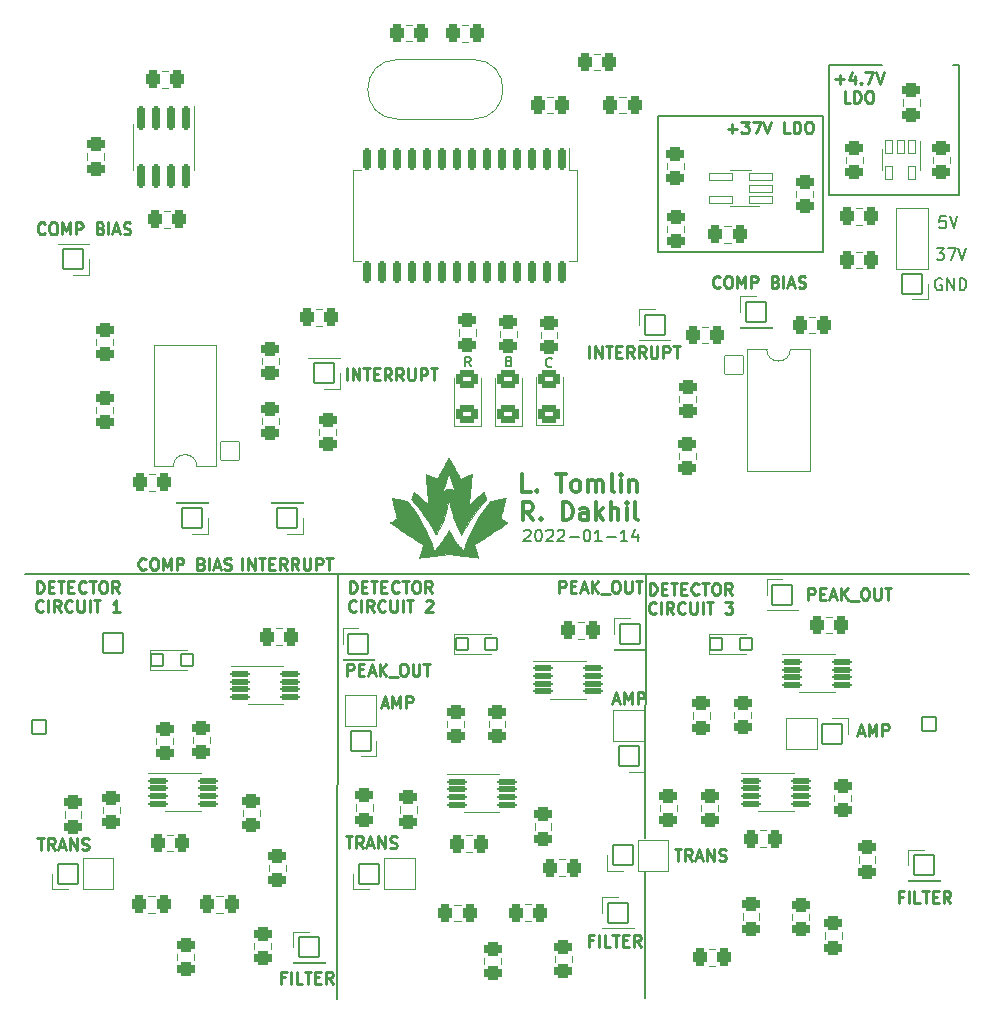
<source format=gto>
G04 #@! TF.GenerationSoftware,KiCad,Pcbnew,6.0.0*
G04 #@! TF.CreationDate,2022-02-03T14:52:20-05:00*
G04 #@! TF.ProjectId,mama_board,6d616d61-5f62-46f6-9172-642e6b696361,rev?*
G04 #@! TF.SameCoordinates,Original*
G04 #@! TF.FileFunction,Legend,Top*
G04 #@! TF.FilePolarity,Positive*
%FSLAX46Y46*%
G04 Gerber Fmt 4.6, Leading zero omitted, Abs format (unit mm)*
G04 Created by KiCad (PCBNEW 6.0.0) date 2022-02-03 14:52:20*
%MOMM*%
%LPD*%
G01*
G04 APERTURE LIST*
G04 Aperture macros list*
%AMRoundRect*
0 Rectangle with rounded corners*
0 $1 Rounding radius*
0 $2 $3 $4 $5 $6 $7 $8 $9 X,Y pos of 4 corners*
0 Add a 4 corners polygon primitive as box body*
4,1,4,$2,$3,$4,$5,$6,$7,$8,$9,$2,$3,0*
0 Add four circle primitives for the rounded corners*
1,1,$1+$1,$2,$3*
1,1,$1+$1,$4,$5*
1,1,$1+$1,$6,$7*
1,1,$1+$1,$8,$9*
0 Add four rect primitives between the rounded corners*
20,1,$1+$1,$2,$3,$4,$5,0*
20,1,$1+$1,$4,$5,$6,$7,0*
20,1,$1+$1,$6,$7,$8,$9,0*
20,1,$1+$1,$8,$9,$2,$3,0*%
G04 Aperture macros list end*
%ADD10C,0.150000*%
%ADD11C,0.300000*%
%ADD12C,0.250000*%
%ADD13C,0.010000*%
%ADD14C,0.120000*%
%ADD15C,1.625600*%
%ADD16O,1.701600X1.701600*%
%ADD17RoundRect,0.050800X0.800000X0.800000X-0.800000X0.800000X-0.800000X-0.800000X0.800000X-0.800000X0*%
%ADD18RoundRect,0.300799X0.325001X0.450001X-0.325001X0.450001X-0.325001X-0.450001X0.325001X-0.450001X0*%
%ADD19RoundRect,0.300799X-0.325001X-0.450001X0.325001X-0.450001X0.325001X0.450001X-0.325001X0.450001X0*%
%ADD20RoundRect,0.300799X0.450001X-0.325001X0.450001X0.325001X-0.450001X0.325001X-0.450001X-0.325001X0*%
%ADD21C,7.101600*%
%ADD22RoundRect,0.200800X-0.150000X0.750000X-0.150000X-0.750000X0.150000X-0.750000X0.150000X0.750000X0*%
%ADD23RoundRect,0.150800X-0.712500X-0.100000X0.712500X-0.100000X0.712500X0.100000X-0.712500X0.100000X0*%
%ADD24RoundRect,0.050800X-0.850000X-0.850000X0.850000X-0.850000X0.850000X0.850000X-0.850000X0.850000X0*%
%ADD25RoundRect,0.300799X-0.450001X0.325001X-0.450001X-0.325001X0.450001X-0.325001X0.450001X0.325001X0*%
%ADD26O,1.801600X1.801600*%
%ADD27RoundRect,0.050800X0.850000X-0.850000X0.850000X0.850000X-0.850000X0.850000X-0.850000X-0.850000X0*%
%ADD28RoundRect,0.050800X0.850000X0.850000X-0.850000X0.850000X-0.850000X-0.850000X0.850000X-0.850000X0*%
%ADD29RoundRect,0.050800X-0.500000X-0.500000X0.500000X-0.500000X0.500000X0.500000X-0.500000X0.500000X0*%
%ADD30C,1.601600*%
%ADD31RoundRect,0.050800X-0.800000X-0.800000X0.800000X-0.800000X0.800000X0.800000X-0.800000X0.800000X0*%
%ADD32RoundRect,0.200800X-0.150000X0.825000X-0.150000X-0.825000X0.150000X-0.825000X0.150000X0.825000X0*%
%ADD33RoundRect,0.050800X1.000000X0.325000X-1.000000X0.325000X-1.000000X-0.325000X1.000000X-0.325000X0*%
%ADD34RoundRect,0.050800X-0.325000X0.530000X-0.325000X-0.530000X0.325000X-0.530000X0.325000X0.530000X0*%
%ADD35RoundRect,0.050800X-0.850000X0.850000X-0.850000X-0.850000X0.850000X-0.850000X0.850000X0.850000X0*%
%ADD36C,1.301600*%
%ADD37RoundRect,0.050800X0.600000X-0.600000X0.600000X0.600000X-0.600000X0.600000X-0.600000X-0.600000X0*%
%ADD38C,2.301600*%
%ADD39RoundRect,0.300800X0.625000X-0.462500X0.625000X0.462500X-0.625000X0.462500X-0.625000X-0.462500X0*%
G04 APERTURE END LIST*
D10*
X150286057Y-112374419D02*
X150333676Y-112326800D01*
X150428914Y-112279180D01*
X150667009Y-112279180D01*
X150762247Y-112326800D01*
X150809866Y-112374419D01*
X150857485Y-112469657D01*
X150857485Y-112564895D01*
X150809866Y-112707752D01*
X150238438Y-113279180D01*
X150857485Y-113279180D01*
X151476533Y-112279180D02*
X151571771Y-112279180D01*
X151667009Y-112326800D01*
X151714628Y-112374419D01*
X151762247Y-112469657D01*
X151809866Y-112660133D01*
X151809866Y-112898228D01*
X151762247Y-113088704D01*
X151714628Y-113183942D01*
X151667009Y-113231561D01*
X151571771Y-113279180D01*
X151476533Y-113279180D01*
X151381295Y-113231561D01*
X151333676Y-113183942D01*
X151286057Y-113088704D01*
X151238438Y-112898228D01*
X151238438Y-112660133D01*
X151286057Y-112469657D01*
X151333676Y-112374419D01*
X151381295Y-112326800D01*
X151476533Y-112279180D01*
X152190819Y-112374419D02*
X152238438Y-112326800D01*
X152333676Y-112279180D01*
X152571771Y-112279180D01*
X152667009Y-112326800D01*
X152714628Y-112374419D01*
X152762247Y-112469657D01*
X152762247Y-112564895D01*
X152714628Y-112707752D01*
X152143200Y-113279180D01*
X152762247Y-113279180D01*
X153143200Y-112374419D02*
X153190819Y-112326800D01*
X153286057Y-112279180D01*
X153524152Y-112279180D01*
X153619390Y-112326800D01*
X153667009Y-112374419D01*
X153714628Y-112469657D01*
X153714628Y-112564895D01*
X153667009Y-112707752D01*
X153095580Y-113279180D01*
X153714628Y-113279180D01*
X154143200Y-112898228D02*
X154905104Y-112898228D01*
X155571771Y-112279180D02*
X155667009Y-112279180D01*
X155762247Y-112326800D01*
X155809866Y-112374419D01*
X155857485Y-112469657D01*
X155905104Y-112660133D01*
X155905104Y-112898228D01*
X155857485Y-113088704D01*
X155809866Y-113183942D01*
X155762247Y-113231561D01*
X155667009Y-113279180D01*
X155571771Y-113279180D01*
X155476533Y-113231561D01*
X155428914Y-113183942D01*
X155381295Y-113088704D01*
X155333676Y-112898228D01*
X155333676Y-112660133D01*
X155381295Y-112469657D01*
X155428914Y-112374419D01*
X155476533Y-112326800D01*
X155571771Y-112279180D01*
X156857485Y-113279180D02*
X156286057Y-113279180D01*
X156571771Y-113279180D02*
X156571771Y-112279180D01*
X156476533Y-112422038D01*
X156381295Y-112517276D01*
X156286057Y-112564895D01*
X157286057Y-112898228D02*
X158047961Y-112898228D01*
X159047961Y-113279180D02*
X158476533Y-113279180D01*
X158762247Y-113279180D02*
X158762247Y-112279180D01*
X158667009Y-112422038D01*
X158571771Y-112517276D01*
X158476533Y-112564895D01*
X159905104Y-112612514D02*
X159905104Y-113279180D01*
X159667009Y-112231561D02*
X159428914Y-112945847D01*
X160047961Y-112945847D01*
D11*
X151062228Y-111473371D02*
X150562228Y-110759085D01*
X150205085Y-111473371D02*
X150205085Y-109973371D01*
X150776514Y-109973371D01*
X150919371Y-110044800D01*
X150990800Y-110116228D01*
X151062228Y-110259085D01*
X151062228Y-110473371D01*
X150990800Y-110616228D01*
X150919371Y-110687657D01*
X150776514Y-110759085D01*
X150205085Y-110759085D01*
X151705085Y-111330514D02*
X151776514Y-111401942D01*
X151705085Y-111473371D01*
X151633657Y-111401942D01*
X151705085Y-111330514D01*
X151705085Y-111473371D01*
X153562228Y-111473371D02*
X153562228Y-109973371D01*
X153919371Y-109973371D01*
X154133657Y-110044800D01*
X154276514Y-110187657D01*
X154347942Y-110330514D01*
X154419371Y-110616228D01*
X154419371Y-110830514D01*
X154347942Y-111116228D01*
X154276514Y-111259085D01*
X154133657Y-111401942D01*
X153919371Y-111473371D01*
X153562228Y-111473371D01*
X155705085Y-111473371D02*
X155705085Y-110687657D01*
X155633657Y-110544800D01*
X155490800Y-110473371D01*
X155205085Y-110473371D01*
X155062228Y-110544800D01*
X155705085Y-111401942D02*
X155562228Y-111473371D01*
X155205085Y-111473371D01*
X155062228Y-111401942D01*
X154990800Y-111259085D01*
X154990800Y-111116228D01*
X155062228Y-110973371D01*
X155205085Y-110901942D01*
X155562228Y-110901942D01*
X155705085Y-110830514D01*
X156419371Y-111473371D02*
X156419371Y-109973371D01*
X156562228Y-110901942D02*
X156990800Y-111473371D01*
X156990800Y-110473371D02*
X156419371Y-111044800D01*
X157633657Y-111473371D02*
X157633657Y-109973371D01*
X158276514Y-111473371D02*
X158276514Y-110687657D01*
X158205085Y-110544800D01*
X158062228Y-110473371D01*
X157847942Y-110473371D01*
X157705085Y-110544800D01*
X157633657Y-110616228D01*
X158990800Y-111473371D02*
X158990800Y-110473371D01*
X158990800Y-109973371D02*
X158919371Y-110044800D01*
X158990800Y-110116228D01*
X159062228Y-110044800D01*
X158990800Y-109973371D01*
X158990800Y-110116228D01*
X159919371Y-111473371D02*
X159776514Y-111401942D01*
X159705085Y-111259085D01*
X159705085Y-109973371D01*
X150847942Y-109085771D02*
X150133657Y-109085771D01*
X150133657Y-107585771D01*
X151347942Y-108942914D02*
X151419371Y-109014342D01*
X151347942Y-109085771D01*
X151276514Y-109014342D01*
X151347942Y-108942914D01*
X151347942Y-109085771D01*
X152990800Y-107585771D02*
X153847942Y-107585771D01*
X153419371Y-109085771D02*
X153419371Y-107585771D01*
X154562228Y-109085771D02*
X154419371Y-109014342D01*
X154347942Y-108942914D01*
X154276514Y-108800057D01*
X154276514Y-108371485D01*
X154347942Y-108228628D01*
X154419371Y-108157200D01*
X154562228Y-108085771D01*
X154776514Y-108085771D01*
X154919371Y-108157200D01*
X154990800Y-108228628D01*
X155062228Y-108371485D01*
X155062228Y-108800057D01*
X154990800Y-108942914D01*
X154919371Y-109014342D01*
X154776514Y-109085771D01*
X154562228Y-109085771D01*
X155705085Y-109085771D02*
X155705085Y-108085771D01*
X155705085Y-108228628D02*
X155776514Y-108157200D01*
X155919371Y-108085771D01*
X156133657Y-108085771D01*
X156276514Y-108157200D01*
X156347942Y-108300057D01*
X156347942Y-109085771D01*
X156347942Y-108300057D02*
X156419371Y-108157200D01*
X156562228Y-108085771D01*
X156776514Y-108085771D01*
X156919371Y-108157200D01*
X156990800Y-108300057D01*
X156990800Y-109085771D01*
X157919371Y-109085771D02*
X157776514Y-109014342D01*
X157705085Y-108871485D01*
X157705085Y-107585771D01*
X158490800Y-109085771D02*
X158490800Y-108085771D01*
X158490800Y-107585771D02*
X158419371Y-107657200D01*
X158490800Y-107728628D01*
X158562228Y-107657200D01*
X158490800Y-107585771D01*
X158490800Y-107728628D01*
X159205085Y-108085771D02*
X159205085Y-109085771D01*
X159205085Y-108228628D02*
X159276514Y-108157200D01*
X159419371Y-108085771D01*
X159633657Y-108085771D01*
X159776514Y-108157200D01*
X159847942Y-108300057D01*
X159847942Y-109085771D01*
D10*
X160540700Y-141173200D02*
X160550000Y-151975000D01*
X152622619Y-98460714D02*
X152584523Y-98498809D01*
X152470238Y-98536904D01*
X152394047Y-98536904D01*
X152279761Y-98498809D01*
X152203571Y-98422619D01*
X152165476Y-98346428D01*
X152127380Y-98194047D01*
X152127380Y-98079761D01*
X152165476Y-97927380D01*
X152203571Y-97851190D01*
X152279761Y-97775000D01*
X152394047Y-97736904D01*
X152470238Y-97736904D01*
X152584523Y-97775000D01*
X152622619Y-97813095D01*
X149032142Y-98042857D02*
X149146428Y-98080952D01*
X149184523Y-98119047D01*
X149222619Y-98195238D01*
X149222619Y-98309523D01*
X149184523Y-98385714D01*
X149146428Y-98423809D01*
X149070238Y-98461904D01*
X148765476Y-98461904D01*
X148765476Y-97661904D01*
X149032142Y-97661904D01*
X149108333Y-97700000D01*
X149146428Y-97738095D01*
X149184523Y-97814285D01*
X149184523Y-97890476D01*
X149146428Y-97966666D01*
X149108333Y-98004761D01*
X149032142Y-98042857D01*
X148765476Y-98042857D01*
X145772619Y-98436904D02*
X145505952Y-98055952D01*
X145315476Y-98436904D02*
X145315476Y-97636904D01*
X145620238Y-97636904D01*
X145696428Y-97675000D01*
X145734523Y-97713095D01*
X145772619Y-97789285D01*
X145772619Y-97903571D01*
X145734523Y-97979761D01*
X145696428Y-98017857D01*
X145620238Y-98055952D01*
X145315476Y-98055952D01*
X185638095Y-91050000D02*
X185542857Y-91002380D01*
X185400000Y-91002380D01*
X185257142Y-91050000D01*
X185161904Y-91145238D01*
X185114285Y-91240476D01*
X185066666Y-91430952D01*
X185066666Y-91573809D01*
X185114285Y-91764285D01*
X185161904Y-91859523D01*
X185257142Y-91954761D01*
X185400000Y-92002380D01*
X185495238Y-92002380D01*
X185638095Y-91954761D01*
X185685714Y-91907142D01*
X185685714Y-91573809D01*
X185495238Y-91573809D01*
X186114285Y-92002380D02*
X186114285Y-91002380D01*
X186685714Y-92002380D01*
X186685714Y-91002380D01*
X187161904Y-92002380D02*
X187161904Y-91002380D01*
X187400000Y-91002380D01*
X187542857Y-91050000D01*
X187638095Y-91145238D01*
X187685714Y-91240476D01*
X187733333Y-91430952D01*
X187733333Y-91573809D01*
X187685714Y-91764285D01*
X187638095Y-91859523D01*
X187542857Y-91954761D01*
X187400000Y-92002380D01*
X187161904Y-92002380D01*
X185211904Y-88452380D02*
X185830952Y-88452380D01*
X185497619Y-88833333D01*
X185640476Y-88833333D01*
X185735714Y-88880952D01*
X185783333Y-88928571D01*
X185830952Y-89023809D01*
X185830952Y-89261904D01*
X185783333Y-89357142D01*
X185735714Y-89404761D01*
X185640476Y-89452380D01*
X185354761Y-89452380D01*
X185259523Y-89404761D01*
X185211904Y-89357142D01*
X186164285Y-88452380D02*
X186830952Y-88452380D01*
X186402380Y-89452380D01*
X187069047Y-88452380D02*
X187402380Y-89452380D01*
X187735714Y-88452380D01*
X185984523Y-85752380D02*
X185508333Y-85752380D01*
X185460714Y-86228571D01*
X185508333Y-86180952D01*
X185603571Y-86133333D01*
X185841666Y-86133333D01*
X185936904Y-86180952D01*
X185984523Y-86228571D01*
X186032142Y-86323809D01*
X186032142Y-86561904D01*
X185984523Y-86657142D01*
X185936904Y-86704761D01*
X185841666Y-86752380D01*
X185603571Y-86752380D01*
X185508333Y-86704761D01*
X185460714Y-86657142D01*
X186317857Y-85752380D02*
X186651190Y-86752380D01*
X186984523Y-85752380D01*
D12*
X167553411Y-78350708D02*
X168315316Y-78350708D01*
X167934363Y-78731660D02*
X167934363Y-77969756D01*
X168696268Y-77731660D02*
X169315316Y-77731660D01*
X168981982Y-78112613D01*
X169124840Y-78112613D01*
X169220078Y-78160232D01*
X169267697Y-78207851D01*
X169315316Y-78303089D01*
X169315316Y-78541184D01*
X169267697Y-78636422D01*
X169220078Y-78684041D01*
X169124840Y-78731660D01*
X168839125Y-78731660D01*
X168743887Y-78684041D01*
X168696268Y-78636422D01*
X169648649Y-77731660D02*
X170315316Y-77731660D01*
X169886744Y-78731660D01*
X170553411Y-77731660D02*
X170886744Y-78731660D01*
X171220078Y-77731660D01*
X172791506Y-78731660D02*
X172315316Y-78731660D01*
X172315316Y-77731660D01*
X173124840Y-78731660D02*
X173124840Y-77731660D01*
X173362935Y-77731660D01*
X173505792Y-77779280D01*
X173601030Y-77874518D01*
X173648649Y-77969756D01*
X173696268Y-78160232D01*
X173696268Y-78303089D01*
X173648649Y-78493565D01*
X173601030Y-78588803D01*
X173505792Y-78684041D01*
X173362935Y-78731660D01*
X173124840Y-78731660D01*
X174315316Y-77731660D02*
X174505792Y-77731660D01*
X174601030Y-77779280D01*
X174696268Y-77874518D01*
X174743887Y-78064994D01*
X174743887Y-78398327D01*
X174696268Y-78588803D01*
X174601030Y-78684041D01*
X174505792Y-78731660D01*
X174315316Y-78731660D01*
X174220078Y-78684041D01*
X174124840Y-78588803D01*
X174077220Y-78398327D01*
X174077220Y-78064994D01*
X174124840Y-77874518D01*
X174220078Y-77779280D01*
X174315316Y-77731660D01*
D10*
X161624840Y-88779280D02*
X175624840Y-88779280D01*
X161624840Y-77279280D02*
X161624840Y-88779280D01*
X175624840Y-77279280D02*
X161624840Y-77279280D01*
X175624840Y-88779280D02*
X175624840Y-77279280D01*
D12*
X176625000Y-74166428D02*
X177386904Y-74166428D01*
X177005952Y-74547380D02*
X177005952Y-73785476D01*
X178291666Y-73880714D02*
X178291666Y-74547380D01*
X178053571Y-73499761D02*
X177815476Y-74214047D01*
X178434523Y-74214047D01*
X178815476Y-74452142D02*
X178863095Y-74499761D01*
X178815476Y-74547380D01*
X178767857Y-74499761D01*
X178815476Y-74452142D01*
X178815476Y-74547380D01*
X179196428Y-73547380D02*
X179863095Y-73547380D01*
X179434523Y-74547380D01*
X180101190Y-73547380D02*
X180434523Y-74547380D01*
X180767857Y-73547380D01*
X177910714Y-76157380D02*
X177434523Y-76157380D01*
X177434523Y-75157380D01*
X178244047Y-76157380D02*
X178244047Y-75157380D01*
X178482142Y-75157380D01*
X178625000Y-75205000D01*
X178720238Y-75300238D01*
X178767857Y-75395476D01*
X178815476Y-75585952D01*
X178815476Y-75728809D01*
X178767857Y-75919285D01*
X178720238Y-76014523D01*
X178625000Y-76109761D01*
X178482142Y-76157380D01*
X178244047Y-76157380D01*
X179434523Y-75157380D02*
X179625000Y-75157380D01*
X179720238Y-75205000D01*
X179815476Y-75300238D01*
X179863095Y-75490714D01*
X179863095Y-75824047D01*
X179815476Y-76014523D01*
X179720238Y-76109761D01*
X179625000Y-76157380D01*
X179434523Y-76157380D01*
X179339285Y-76109761D01*
X179244047Y-76014523D01*
X179196428Y-75824047D01*
X179196428Y-75490714D01*
X179244047Y-75300238D01*
X179339285Y-75205000D01*
X179434523Y-75157380D01*
D10*
X176124840Y-72954280D02*
X180624840Y-72954280D01*
X176124840Y-83954280D02*
X176124840Y-72954280D01*
X187124840Y-83954280D02*
X176124840Y-83954280D01*
X187124840Y-72954280D02*
X187124840Y-83954280D01*
X186624840Y-72954280D02*
X187124840Y-72954280D01*
D12*
X130043466Y-150194971D02*
X129710133Y-150194971D01*
X129710133Y-150718780D02*
X129710133Y-149718780D01*
X130186323Y-149718780D01*
X130567276Y-150718780D02*
X130567276Y-149718780D01*
X131519657Y-150718780D02*
X131043466Y-150718780D01*
X131043466Y-149718780D01*
X131710133Y-149718780D02*
X132281561Y-149718780D01*
X131995847Y-150718780D02*
X131995847Y-149718780D01*
X132614895Y-150194971D02*
X132948228Y-150194971D01*
X133091085Y-150718780D02*
X132614895Y-150718780D01*
X132614895Y-149718780D01*
X133091085Y-149718780D01*
X134091085Y-150718780D02*
X133757752Y-150242590D01*
X133519657Y-150718780D02*
X133519657Y-149718780D01*
X133900609Y-149718780D01*
X133995847Y-149766400D01*
X134043466Y-149814019D01*
X134091085Y-149909257D01*
X134091085Y-150052114D01*
X134043466Y-150147352D01*
X133995847Y-150194971D01*
X133900609Y-150242590D01*
X133519657Y-150242590D01*
X156103866Y-147058071D02*
X155770533Y-147058071D01*
X155770533Y-147581880D02*
X155770533Y-146581880D01*
X156246723Y-146581880D01*
X156627676Y-147581880D02*
X156627676Y-146581880D01*
X157580057Y-147581880D02*
X157103866Y-147581880D01*
X157103866Y-146581880D01*
X157770533Y-146581880D02*
X158341961Y-146581880D01*
X158056247Y-147581880D02*
X158056247Y-146581880D01*
X158675295Y-147058071D02*
X159008628Y-147058071D01*
X159151485Y-147581880D02*
X158675295Y-147581880D01*
X158675295Y-146581880D01*
X159151485Y-146581880D01*
X160151485Y-147581880D02*
X159818152Y-147105690D01*
X159580057Y-147581880D02*
X159580057Y-146581880D01*
X159961009Y-146581880D01*
X160056247Y-146629500D01*
X160103866Y-146677119D01*
X160151485Y-146772357D01*
X160151485Y-146915214D01*
X160103866Y-147010452D01*
X160056247Y-147058071D01*
X159961009Y-147105690D01*
X159580057Y-147105690D01*
X182341666Y-143353571D02*
X182008333Y-143353571D01*
X182008333Y-143877380D02*
X182008333Y-142877380D01*
X182484523Y-142877380D01*
X182865476Y-143877380D02*
X182865476Y-142877380D01*
X183817857Y-143877380D02*
X183341666Y-143877380D01*
X183341666Y-142877380D01*
X184008333Y-142877380D02*
X184579761Y-142877380D01*
X184294047Y-143877380D02*
X184294047Y-142877380D01*
X184913095Y-143353571D02*
X185246428Y-143353571D01*
X185389285Y-143877380D02*
X184913095Y-143877380D01*
X184913095Y-142877380D01*
X185389285Y-142877380D01*
X186389285Y-143877380D02*
X186055952Y-143401190D01*
X185817857Y-143877380D02*
X185817857Y-142877380D01*
X186198809Y-142877380D01*
X186294047Y-142925000D01*
X186341666Y-142972619D01*
X186389285Y-143067857D01*
X186389285Y-143210714D01*
X186341666Y-143305952D01*
X186294047Y-143353571D01*
X186198809Y-143401190D01*
X185817857Y-143401190D01*
X163035714Y-139327380D02*
X163607142Y-139327380D01*
X163321428Y-140327380D02*
X163321428Y-139327380D01*
X164511904Y-140327380D02*
X164178571Y-139851190D01*
X163940476Y-140327380D02*
X163940476Y-139327380D01*
X164321428Y-139327380D01*
X164416666Y-139375000D01*
X164464285Y-139422619D01*
X164511904Y-139517857D01*
X164511904Y-139660714D01*
X164464285Y-139755952D01*
X164416666Y-139803571D01*
X164321428Y-139851190D01*
X163940476Y-139851190D01*
X164892857Y-140041666D02*
X165369047Y-140041666D01*
X164797619Y-140327380D02*
X165130952Y-139327380D01*
X165464285Y-140327380D01*
X165797619Y-140327380D02*
X165797619Y-139327380D01*
X166369047Y-140327380D01*
X166369047Y-139327380D01*
X166797619Y-140279761D02*
X166940476Y-140327380D01*
X167178571Y-140327380D01*
X167273809Y-140279761D01*
X167321428Y-140232142D01*
X167369047Y-140136904D01*
X167369047Y-140041666D01*
X167321428Y-139946428D01*
X167273809Y-139898809D01*
X167178571Y-139851190D01*
X166988095Y-139803571D01*
X166892857Y-139755952D01*
X166845238Y-139708333D01*
X166797619Y-139613095D01*
X166797619Y-139517857D01*
X166845238Y-139422619D01*
X166892857Y-139375000D01*
X166988095Y-139327380D01*
X167226190Y-139327380D01*
X167369047Y-139375000D01*
X135185714Y-138252380D02*
X135757142Y-138252380D01*
X135471428Y-139252380D02*
X135471428Y-138252380D01*
X136661904Y-139252380D02*
X136328571Y-138776190D01*
X136090476Y-139252380D02*
X136090476Y-138252380D01*
X136471428Y-138252380D01*
X136566666Y-138300000D01*
X136614285Y-138347619D01*
X136661904Y-138442857D01*
X136661904Y-138585714D01*
X136614285Y-138680952D01*
X136566666Y-138728571D01*
X136471428Y-138776190D01*
X136090476Y-138776190D01*
X137042857Y-138966666D02*
X137519047Y-138966666D01*
X136947619Y-139252380D02*
X137280952Y-138252380D01*
X137614285Y-139252380D01*
X137947619Y-139252380D02*
X137947619Y-138252380D01*
X138519047Y-139252380D01*
X138519047Y-138252380D01*
X138947619Y-139204761D02*
X139090476Y-139252380D01*
X139328571Y-139252380D01*
X139423809Y-139204761D01*
X139471428Y-139157142D01*
X139519047Y-139061904D01*
X139519047Y-138966666D01*
X139471428Y-138871428D01*
X139423809Y-138823809D01*
X139328571Y-138776190D01*
X139138095Y-138728571D01*
X139042857Y-138680952D01*
X138995238Y-138633333D01*
X138947619Y-138538095D01*
X138947619Y-138442857D01*
X138995238Y-138347619D01*
X139042857Y-138300000D01*
X139138095Y-138252380D01*
X139376190Y-138252380D01*
X139519047Y-138300000D01*
X109085714Y-138402380D02*
X109657142Y-138402380D01*
X109371428Y-139402380D02*
X109371428Y-138402380D01*
X110561904Y-139402380D02*
X110228571Y-138926190D01*
X109990476Y-139402380D02*
X109990476Y-138402380D01*
X110371428Y-138402380D01*
X110466666Y-138450000D01*
X110514285Y-138497619D01*
X110561904Y-138592857D01*
X110561904Y-138735714D01*
X110514285Y-138830952D01*
X110466666Y-138878571D01*
X110371428Y-138926190D01*
X109990476Y-138926190D01*
X110942857Y-139116666D02*
X111419047Y-139116666D01*
X110847619Y-139402380D02*
X111180952Y-138402380D01*
X111514285Y-139402380D01*
X111847619Y-139402380D02*
X111847619Y-138402380D01*
X112419047Y-139402380D01*
X112419047Y-138402380D01*
X112847619Y-139354761D02*
X112990476Y-139402380D01*
X113228571Y-139402380D01*
X113323809Y-139354761D01*
X113371428Y-139307142D01*
X113419047Y-139211904D01*
X113419047Y-139116666D01*
X113371428Y-139021428D01*
X113323809Y-138973809D01*
X113228571Y-138926190D01*
X113038095Y-138878571D01*
X112942857Y-138830952D01*
X112895238Y-138783333D01*
X112847619Y-138688095D01*
X112847619Y-138592857D01*
X112895238Y-138497619D01*
X112942857Y-138450000D01*
X113038095Y-138402380D01*
X113276190Y-138402380D01*
X113419047Y-138450000D01*
X138238076Y-127103166D02*
X138714266Y-127103166D01*
X138142838Y-127388880D02*
X138476171Y-126388880D01*
X138809504Y-127388880D01*
X139142838Y-127388880D02*
X139142838Y-126388880D01*
X139476171Y-127103166D01*
X139809504Y-126388880D01*
X139809504Y-127388880D01*
X140285695Y-127388880D02*
X140285695Y-126388880D01*
X140666647Y-126388880D01*
X140761885Y-126436500D01*
X140809504Y-126484119D01*
X140857123Y-126579357D01*
X140857123Y-126722214D01*
X140809504Y-126817452D01*
X140761885Y-126865071D01*
X140666647Y-126912690D01*
X140285695Y-126912690D01*
X157867196Y-126745026D02*
X158343386Y-126745026D01*
X157771958Y-127030740D02*
X158105291Y-126030740D01*
X158438624Y-127030740D01*
X158771958Y-127030740D02*
X158771958Y-126030740D01*
X159105291Y-126745026D01*
X159438624Y-126030740D01*
X159438624Y-127030740D01*
X159914815Y-127030740D02*
X159914815Y-126030740D01*
X160295767Y-126030740D01*
X160391005Y-126078360D01*
X160438624Y-126125979D01*
X160486243Y-126221217D01*
X160486243Y-126364074D01*
X160438624Y-126459312D01*
X160391005Y-126506931D01*
X160295767Y-126554550D01*
X159914815Y-126554550D01*
X178550476Y-129466666D02*
X179026666Y-129466666D01*
X178455238Y-129752380D02*
X178788571Y-128752380D01*
X179121904Y-129752380D01*
X179455238Y-129752380D02*
X179455238Y-128752380D01*
X179788571Y-129466666D01*
X180121904Y-128752380D01*
X180121904Y-129752380D01*
X180598095Y-129752380D02*
X180598095Y-128752380D01*
X180979047Y-128752380D01*
X181074285Y-128800000D01*
X181121904Y-128847619D01*
X181169523Y-128942857D01*
X181169523Y-129085714D01*
X181121904Y-129180952D01*
X181074285Y-129228571D01*
X180979047Y-129276190D01*
X180598095Y-129276190D01*
X160936419Y-117811080D02*
X160936419Y-116811080D01*
X161174514Y-116811080D01*
X161317371Y-116858700D01*
X161412609Y-116953938D01*
X161460228Y-117049176D01*
X161507847Y-117239652D01*
X161507847Y-117382509D01*
X161460228Y-117572985D01*
X161412609Y-117668223D01*
X161317371Y-117763461D01*
X161174514Y-117811080D01*
X160936419Y-117811080D01*
X161936419Y-117287271D02*
X162269752Y-117287271D01*
X162412609Y-117811080D02*
X161936419Y-117811080D01*
X161936419Y-116811080D01*
X162412609Y-116811080D01*
X162698323Y-116811080D02*
X163269752Y-116811080D01*
X162984038Y-117811080D02*
X162984038Y-116811080D01*
X163603085Y-117287271D02*
X163936419Y-117287271D01*
X164079276Y-117811080D02*
X163603085Y-117811080D01*
X163603085Y-116811080D01*
X164079276Y-116811080D01*
X165079276Y-117715842D02*
X165031657Y-117763461D01*
X164888800Y-117811080D01*
X164793561Y-117811080D01*
X164650704Y-117763461D01*
X164555466Y-117668223D01*
X164507847Y-117572985D01*
X164460228Y-117382509D01*
X164460228Y-117239652D01*
X164507847Y-117049176D01*
X164555466Y-116953938D01*
X164650704Y-116858700D01*
X164793561Y-116811080D01*
X164888800Y-116811080D01*
X165031657Y-116858700D01*
X165079276Y-116906319D01*
X165364990Y-116811080D02*
X165936419Y-116811080D01*
X165650704Y-117811080D02*
X165650704Y-116811080D01*
X166460228Y-116811080D02*
X166650704Y-116811080D01*
X166745942Y-116858700D01*
X166841180Y-116953938D01*
X166888800Y-117144414D01*
X166888800Y-117477747D01*
X166841180Y-117668223D01*
X166745942Y-117763461D01*
X166650704Y-117811080D01*
X166460228Y-117811080D01*
X166364990Y-117763461D01*
X166269752Y-117668223D01*
X166222133Y-117477747D01*
X166222133Y-117144414D01*
X166269752Y-116953938D01*
X166364990Y-116858700D01*
X166460228Y-116811080D01*
X167888800Y-117811080D02*
X167555466Y-117334890D01*
X167317371Y-117811080D02*
X167317371Y-116811080D01*
X167698323Y-116811080D01*
X167793561Y-116858700D01*
X167841180Y-116906319D01*
X167888800Y-117001557D01*
X167888800Y-117144414D01*
X167841180Y-117239652D01*
X167793561Y-117287271D01*
X167698323Y-117334890D01*
X167317371Y-117334890D01*
X161460228Y-119325842D02*
X161412609Y-119373461D01*
X161269752Y-119421080D01*
X161174514Y-119421080D01*
X161031657Y-119373461D01*
X160936419Y-119278223D01*
X160888800Y-119182985D01*
X160841180Y-118992509D01*
X160841180Y-118849652D01*
X160888800Y-118659176D01*
X160936419Y-118563938D01*
X161031657Y-118468700D01*
X161174514Y-118421080D01*
X161269752Y-118421080D01*
X161412609Y-118468700D01*
X161460228Y-118516319D01*
X161888800Y-119421080D02*
X161888800Y-118421080D01*
X162936419Y-119421080D02*
X162603085Y-118944890D01*
X162364990Y-119421080D02*
X162364990Y-118421080D01*
X162745942Y-118421080D01*
X162841180Y-118468700D01*
X162888800Y-118516319D01*
X162936419Y-118611557D01*
X162936419Y-118754414D01*
X162888800Y-118849652D01*
X162841180Y-118897271D01*
X162745942Y-118944890D01*
X162364990Y-118944890D01*
X163936419Y-119325842D02*
X163888800Y-119373461D01*
X163745942Y-119421080D01*
X163650704Y-119421080D01*
X163507847Y-119373461D01*
X163412609Y-119278223D01*
X163364990Y-119182985D01*
X163317371Y-118992509D01*
X163317371Y-118849652D01*
X163364990Y-118659176D01*
X163412609Y-118563938D01*
X163507847Y-118468700D01*
X163650704Y-118421080D01*
X163745942Y-118421080D01*
X163888800Y-118468700D01*
X163936419Y-118516319D01*
X164364990Y-118421080D02*
X164364990Y-119230604D01*
X164412609Y-119325842D01*
X164460228Y-119373461D01*
X164555466Y-119421080D01*
X164745942Y-119421080D01*
X164841180Y-119373461D01*
X164888800Y-119325842D01*
X164936419Y-119230604D01*
X164936419Y-118421080D01*
X165412609Y-119421080D02*
X165412609Y-118421080D01*
X165745942Y-118421080D02*
X166317371Y-118421080D01*
X166031657Y-119421080D02*
X166031657Y-118421080D01*
X167317371Y-118421080D02*
X167936419Y-118421080D01*
X167603085Y-118802033D01*
X167745942Y-118802033D01*
X167841180Y-118849652D01*
X167888800Y-118897271D01*
X167936419Y-118992509D01*
X167936419Y-119230604D01*
X167888800Y-119325842D01*
X167841180Y-119373461D01*
X167745942Y-119421080D01*
X167460228Y-119421080D01*
X167364990Y-119373461D01*
X167317371Y-119325842D01*
X135547619Y-117642380D02*
X135547619Y-116642380D01*
X135785714Y-116642380D01*
X135928571Y-116690000D01*
X136023809Y-116785238D01*
X136071428Y-116880476D01*
X136119047Y-117070952D01*
X136119047Y-117213809D01*
X136071428Y-117404285D01*
X136023809Y-117499523D01*
X135928571Y-117594761D01*
X135785714Y-117642380D01*
X135547619Y-117642380D01*
X136547619Y-117118571D02*
X136880952Y-117118571D01*
X137023809Y-117642380D02*
X136547619Y-117642380D01*
X136547619Y-116642380D01*
X137023809Y-116642380D01*
X137309523Y-116642380D02*
X137880952Y-116642380D01*
X137595238Y-117642380D02*
X137595238Y-116642380D01*
X138214285Y-117118571D02*
X138547619Y-117118571D01*
X138690476Y-117642380D02*
X138214285Y-117642380D01*
X138214285Y-116642380D01*
X138690476Y-116642380D01*
X139690476Y-117547142D02*
X139642857Y-117594761D01*
X139500000Y-117642380D01*
X139404761Y-117642380D01*
X139261904Y-117594761D01*
X139166666Y-117499523D01*
X139119047Y-117404285D01*
X139071428Y-117213809D01*
X139071428Y-117070952D01*
X139119047Y-116880476D01*
X139166666Y-116785238D01*
X139261904Y-116690000D01*
X139404761Y-116642380D01*
X139500000Y-116642380D01*
X139642857Y-116690000D01*
X139690476Y-116737619D01*
X139976190Y-116642380D02*
X140547619Y-116642380D01*
X140261904Y-117642380D02*
X140261904Y-116642380D01*
X141071428Y-116642380D02*
X141261904Y-116642380D01*
X141357142Y-116690000D01*
X141452380Y-116785238D01*
X141500000Y-116975714D01*
X141500000Y-117309047D01*
X141452380Y-117499523D01*
X141357142Y-117594761D01*
X141261904Y-117642380D01*
X141071428Y-117642380D01*
X140976190Y-117594761D01*
X140880952Y-117499523D01*
X140833333Y-117309047D01*
X140833333Y-116975714D01*
X140880952Y-116785238D01*
X140976190Y-116690000D01*
X141071428Y-116642380D01*
X142500000Y-117642380D02*
X142166666Y-117166190D01*
X141928571Y-117642380D02*
X141928571Y-116642380D01*
X142309523Y-116642380D01*
X142404761Y-116690000D01*
X142452380Y-116737619D01*
X142500000Y-116832857D01*
X142500000Y-116975714D01*
X142452380Y-117070952D01*
X142404761Y-117118571D01*
X142309523Y-117166190D01*
X141928571Y-117166190D01*
X136071428Y-119157142D02*
X136023809Y-119204761D01*
X135880952Y-119252380D01*
X135785714Y-119252380D01*
X135642857Y-119204761D01*
X135547619Y-119109523D01*
X135500000Y-119014285D01*
X135452380Y-118823809D01*
X135452380Y-118680952D01*
X135500000Y-118490476D01*
X135547619Y-118395238D01*
X135642857Y-118300000D01*
X135785714Y-118252380D01*
X135880952Y-118252380D01*
X136023809Y-118300000D01*
X136071428Y-118347619D01*
X136500000Y-119252380D02*
X136500000Y-118252380D01*
X137547619Y-119252380D02*
X137214285Y-118776190D01*
X136976190Y-119252380D02*
X136976190Y-118252380D01*
X137357142Y-118252380D01*
X137452380Y-118300000D01*
X137500000Y-118347619D01*
X137547619Y-118442857D01*
X137547619Y-118585714D01*
X137500000Y-118680952D01*
X137452380Y-118728571D01*
X137357142Y-118776190D01*
X136976190Y-118776190D01*
X138547619Y-119157142D02*
X138500000Y-119204761D01*
X138357142Y-119252380D01*
X138261904Y-119252380D01*
X138119047Y-119204761D01*
X138023809Y-119109523D01*
X137976190Y-119014285D01*
X137928571Y-118823809D01*
X137928571Y-118680952D01*
X137976190Y-118490476D01*
X138023809Y-118395238D01*
X138119047Y-118300000D01*
X138261904Y-118252380D01*
X138357142Y-118252380D01*
X138500000Y-118300000D01*
X138547619Y-118347619D01*
X138976190Y-118252380D02*
X138976190Y-119061904D01*
X139023809Y-119157142D01*
X139071428Y-119204761D01*
X139166666Y-119252380D01*
X139357142Y-119252380D01*
X139452380Y-119204761D01*
X139500000Y-119157142D01*
X139547619Y-119061904D01*
X139547619Y-118252380D01*
X140023809Y-119252380D02*
X140023809Y-118252380D01*
X140357142Y-118252380D02*
X140928571Y-118252380D01*
X140642857Y-119252380D02*
X140642857Y-118252380D01*
X141976190Y-118347619D02*
X142023809Y-118300000D01*
X142119047Y-118252380D01*
X142357142Y-118252380D01*
X142452380Y-118300000D01*
X142500000Y-118347619D01*
X142547619Y-118442857D01*
X142547619Y-118538095D01*
X142500000Y-118680952D01*
X141928571Y-119252380D01*
X142547619Y-119252380D01*
X109047619Y-117647380D02*
X109047619Y-116647380D01*
X109285714Y-116647380D01*
X109428571Y-116695000D01*
X109523809Y-116790238D01*
X109571428Y-116885476D01*
X109619047Y-117075952D01*
X109619047Y-117218809D01*
X109571428Y-117409285D01*
X109523809Y-117504523D01*
X109428571Y-117599761D01*
X109285714Y-117647380D01*
X109047619Y-117647380D01*
X110047619Y-117123571D02*
X110380952Y-117123571D01*
X110523809Y-117647380D02*
X110047619Y-117647380D01*
X110047619Y-116647380D01*
X110523809Y-116647380D01*
X110809523Y-116647380D02*
X111380952Y-116647380D01*
X111095238Y-117647380D02*
X111095238Y-116647380D01*
X111714285Y-117123571D02*
X112047619Y-117123571D01*
X112190476Y-117647380D02*
X111714285Y-117647380D01*
X111714285Y-116647380D01*
X112190476Y-116647380D01*
X113190476Y-117552142D02*
X113142857Y-117599761D01*
X113000000Y-117647380D01*
X112904761Y-117647380D01*
X112761904Y-117599761D01*
X112666666Y-117504523D01*
X112619047Y-117409285D01*
X112571428Y-117218809D01*
X112571428Y-117075952D01*
X112619047Y-116885476D01*
X112666666Y-116790238D01*
X112761904Y-116695000D01*
X112904761Y-116647380D01*
X113000000Y-116647380D01*
X113142857Y-116695000D01*
X113190476Y-116742619D01*
X113476190Y-116647380D02*
X114047619Y-116647380D01*
X113761904Y-117647380D02*
X113761904Y-116647380D01*
X114571428Y-116647380D02*
X114761904Y-116647380D01*
X114857142Y-116695000D01*
X114952380Y-116790238D01*
X115000000Y-116980714D01*
X115000000Y-117314047D01*
X114952380Y-117504523D01*
X114857142Y-117599761D01*
X114761904Y-117647380D01*
X114571428Y-117647380D01*
X114476190Y-117599761D01*
X114380952Y-117504523D01*
X114333333Y-117314047D01*
X114333333Y-116980714D01*
X114380952Y-116790238D01*
X114476190Y-116695000D01*
X114571428Y-116647380D01*
X116000000Y-117647380D02*
X115666666Y-117171190D01*
X115428571Y-117647380D02*
X115428571Y-116647380D01*
X115809523Y-116647380D01*
X115904761Y-116695000D01*
X115952380Y-116742619D01*
X116000000Y-116837857D01*
X116000000Y-116980714D01*
X115952380Y-117075952D01*
X115904761Y-117123571D01*
X115809523Y-117171190D01*
X115428571Y-117171190D01*
X109571428Y-119162142D02*
X109523809Y-119209761D01*
X109380952Y-119257380D01*
X109285714Y-119257380D01*
X109142857Y-119209761D01*
X109047619Y-119114523D01*
X109000000Y-119019285D01*
X108952380Y-118828809D01*
X108952380Y-118685952D01*
X109000000Y-118495476D01*
X109047619Y-118400238D01*
X109142857Y-118305000D01*
X109285714Y-118257380D01*
X109380952Y-118257380D01*
X109523809Y-118305000D01*
X109571428Y-118352619D01*
X110000000Y-119257380D02*
X110000000Y-118257380D01*
X111047619Y-119257380D02*
X110714285Y-118781190D01*
X110476190Y-119257380D02*
X110476190Y-118257380D01*
X110857142Y-118257380D01*
X110952380Y-118305000D01*
X111000000Y-118352619D01*
X111047619Y-118447857D01*
X111047619Y-118590714D01*
X111000000Y-118685952D01*
X110952380Y-118733571D01*
X110857142Y-118781190D01*
X110476190Y-118781190D01*
X112047619Y-119162142D02*
X112000000Y-119209761D01*
X111857142Y-119257380D01*
X111761904Y-119257380D01*
X111619047Y-119209761D01*
X111523809Y-119114523D01*
X111476190Y-119019285D01*
X111428571Y-118828809D01*
X111428571Y-118685952D01*
X111476190Y-118495476D01*
X111523809Y-118400238D01*
X111619047Y-118305000D01*
X111761904Y-118257380D01*
X111857142Y-118257380D01*
X112000000Y-118305000D01*
X112047619Y-118352619D01*
X112476190Y-118257380D02*
X112476190Y-119066904D01*
X112523809Y-119162142D01*
X112571428Y-119209761D01*
X112666666Y-119257380D01*
X112857142Y-119257380D01*
X112952380Y-119209761D01*
X113000000Y-119162142D01*
X113047619Y-119066904D01*
X113047619Y-118257380D01*
X113523809Y-119257380D02*
X113523809Y-118257380D01*
X113857142Y-118257380D02*
X114428571Y-118257380D01*
X114142857Y-119257380D02*
X114142857Y-118257380D01*
X116047619Y-119257380D02*
X115476190Y-119257380D01*
X115761904Y-119257380D02*
X115761904Y-118257380D01*
X115666666Y-118400238D01*
X115571428Y-118495476D01*
X115476190Y-118543095D01*
D10*
X108000000Y-116000000D02*
X188000000Y-116000000D01*
D12*
X174347619Y-118227380D02*
X174347619Y-117227380D01*
X174728571Y-117227380D01*
X174823809Y-117275000D01*
X174871428Y-117322619D01*
X174919047Y-117417857D01*
X174919047Y-117560714D01*
X174871428Y-117655952D01*
X174823809Y-117703571D01*
X174728571Y-117751190D01*
X174347619Y-117751190D01*
X175347619Y-117703571D02*
X175680952Y-117703571D01*
X175823809Y-118227380D02*
X175347619Y-118227380D01*
X175347619Y-117227380D01*
X175823809Y-117227380D01*
X176204761Y-117941666D02*
X176680952Y-117941666D01*
X176109523Y-118227380D02*
X176442857Y-117227380D01*
X176776190Y-118227380D01*
X177109523Y-118227380D02*
X177109523Y-117227380D01*
X177680952Y-118227380D02*
X177252380Y-117655952D01*
X177680952Y-117227380D02*
X177109523Y-117798809D01*
X177871428Y-118322619D02*
X178633333Y-118322619D01*
X179061904Y-117227380D02*
X179252380Y-117227380D01*
X179347619Y-117275000D01*
X179442857Y-117370238D01*
X179490476Y-117560714D01*
X179490476Y-117894047D01*
X179442857Y-118084523D01*
X179347619Y-118179761D01*
X179252380Y-118227380D01*
X179061904Y-118227380D01*
X178966666Y-118179761D01*
X178871428Y-118084523D01*
X178823809Y-117894047D01*
X178823809Y-117560714D01*
X178871428Y-117370238D01*
X178966666Y-117275000D01*
X179061904Y-117227380D01*
X179919047Y-117227380D02*
X179919047Y-118036904D01*
X179966666Y-118132142D01*
X180014285Y-118179761D01*
X180109523Y-118227380D01*
X180300000Y-118227380D01*
X180395238Y-118179761D01*
X180442857Y-118132142D01*
X180490476Y-118036904D01*
X180490476Y-117227380D01*
X180823809Y-117227380D02*
X181395238Y-117227380D01*
X181109523Y-118227380D02*
X181109523Y-117227380D01*
X153252919Y-117622580D02*
X153252919Y-116622580D01*
X153633871Y-116622580D01*
X153729109Y-116670200D01*
X153776728Y-116717819D01*
X153824347Y-116813057D01*
X153824347Y-116955914D01*
X153776728Y-117051152D01*
X153729109Y-117098771D01*
X153633871Y-117146390D01*
X153252919Y-117146390D01*
X154252919Y-117098771D02*
X154586252Y-117098771D01*
X154729109Y-117622580D02*
X154252919Y-117622580D01*
X154252919Y-116622580D01*
X154729109Y-116622580D01*
X155110061Y-117336866D02*
X155586252Y-117336866D01*
X155014823Y-117622580D02*
X155348157Y-116622580D01*
X155681490Y-117622580D01*
X156014823Y-117622580D02*
X156014823Y-116622580D01*
X156586252Y-117622580D02*
X156157680Y-117051152D01*
X156586252Y-116622580D02*
X156014823Y-117194009D01*
X156776728Y-117717819D02*
X157538633Y-117717819D01*
X157967204Y-116622580D02*
X158157680Y-116622580D01*
X158252919Y-116670200D01*
X158348157Y-116765438D01*
X158395776Y-116955914D01*
X158395776Y-117289247D01*
X158348157Y-117479723D01*
X158252919Y-117574961D01*
X158157680Y-117622580D01*
X157967204Y-117622580D01*
X157871966Y-117574961D01*
X157776728Y-117479723D01*
X157729109Y-117289247D01*
X157729109Y-116955914D01*
X157776728Y-116765438D01*
X157871966Y-116670200D01*
X157967204Y-116622580D01*
X158824347Y-116622580D02*
X158824347Y-117432104D01*
X158871966Y-117527342D01*
X158919585Y-117574961D01*
X159014823Y-117622580D01*
X159205300Y-117622580D01*
X159300538Y-117574961D01*
X159348157Y-117527342D01*
X159395776Y-117432104D01*
X159395776Y-116622580D01*
X159729109Y-116622580D02*
X160300538Y-116622580D01*
X160014823Y-117622580D02*
X160014823Y-116622580D01*
X135295119Y-124645680D02*
X135295119Y-123645680D01*
X135676071Y-123645680D01*
X135771309Y-123693300D01*
X135818928Y-123740919D01*
X135866547Y-123836157D01*
X135866547Y-123979014D01*
X135818928Y-124074252D01*
X135771309Y-124121871D01*
X135676071Y-124169490D01*
X135295119Y-124169490D01*
X136295119Y-124121871D02*
X136628452Y-124121871D01*
X136771309Y-124645680D02*
X136295119Y-124645680D01*
X136295119Y-123645680D01*
X136771309Y-123645680D01*
X137152261Y-124359966D02*
X137628452Y-124359966D01*
X137057023Y-124645680D02*
X137390357Y-123645680D01*
X137723690Y-124645680D01*
X138057023Y-124645680D02*
X138057023Y-123645680D01*
X138628452Y-124645680D02*
X138199880Y-124074252D01*
X138628452Y-123645680D02*
X138057023Y-124217109D01*
X138818928Y-124740919D02*
X139580833Y-124740919D01*
X140009404Y-123645680D02*
X140199880Y-123645680D01*
X140295119Y-123693300D01*
X140390357Y-123788538D01*
X140437976Y-123979014D01*
X140437976Y-124312347D01*
X140390357Y-124502823D01*
X140295119Y-124598061D01*
X140199880Y-124645680D01*
X140009404Y-124645680D01*
X139914166Y-124598061D01*
X139818928Y-124502823D01*
X139771309Y-124312347D01*
X139771309Y-123979014D01*
X139818928Y-123788538D01*
X139914166Y-123693300D01*
X140009404Y-123645680D01*
X140866547Y-123645680D02*
X140866547Y-124455204D01*
X140914166Y-124550442D01*
X140961785Y-124598061D01*
X141057023Y-124645680D01*
X141247500Y-124645680D01*
X141342738Y-124598061D01*
X141390357Y-124550442D01*
X141437976Y-124455204D01*
X141437976Y-123645680D01*
X141771309Y-123645680D02*
X142342738Y-123645680D01*
X142057023Y-124645680D02*
X142057023Y-123645680D01*
D10*
X160500000Y-138425000D02*
X160600000Y-116000000D01*
X134450000Y-152000000D02*
X134500000Y-116000000D01*
D12*
X155826295Y-97759780D02*
X155826295Y-96759780D01*
X156302485Y-97759780D02*
X156302485Y-96759780D01*
X156873914Y-97759780D01*
X156873914Y-96759780D01*
X157207247Y-96759780D02*
X157778676Y-96759780D01*
X157492961Y-97759780D02*
X157492961Y-96759780D01*
X158112009Y-97235971D02*
X158445342Y-97235971D01*
X158588200Y-97759780D02*
X158112009Y-97759780D01*
X158112009Y-96759780D01*
X158588200Y-96759780D01*
X159588200Y-97759780D02*
X159254866Y-97283590D01*
X159016771Y-97759780D02*
X159016771Y-96759780D01*
X159397723Y-96759780D01*
X159492961Y-96807400D01*
X159540580Y-96855019D01*
X159588200Y-96950257D01*
X159588200Y-97093114D01*
X159540580Y-97188352D01*
X159492961Y-97235971D01*
X159397723Y-97283590D01*
X159016771Y-97283590D01*
X160588200Y-97759780D02*
X160254866Y-97283590D01*
X160016771Y-97759780D02*
X160016771Y-96759780D01*
X160397723Y-96759780D01*
X160492961Y-96807400D01*
X160540580Y-96855019D01*
X160588200Y-96950257D01*
X160588200Y-97093114D01*
X160540580Y-97188352D01*
X160492961Y-97235971D01*
X160397723Y-97283590D01*
X160016771Y-97283590D01*
X161016771Y-96759780D02*
X161016771Y-97569304D01*
X161064390Y-97664542D01*
X161112009Y-97712161D01*
X161207247Y-97759780D01*
X161397723Y-97759780D01*
X161492961Y-97712161D01*
X161540580Y-97664542D01*
X161588200Y-97569304D01*
X161588200Y-96759780D01*
X162064390Y-97759780D02*
X162064390Y-96759780D01*
X162445342Y-96759780D01*
X162540580Y-96807400D01*
X162588200Y-96855019D01*
X162635819Y-96950257D01*
X162635819Y-97093114D01*
X162588200Y-97188352D01*
X162540580Y-97235971D01*
X162445342Y-97283590D01*
X162064390Y-97283590D01*
X162921533Y-96759780D02*
X163492961Y-96759780D01*
X163207247Y-97759780D02*
X163207247Y-96759780D01*
X166870476Y-91717142D02*
X166822857Y-91764761D01*
X166680000Y-91812380D01*
X166584761Y-91812380D01*
X166441904Y-91764761D01*
X166346666Y-91669523D01*
X166299047Y-91574285D01*
X166251428Y-91383809D01*
X166251428Y-91240952D01*
X166299047Y-91050476D01*
X166346666Y-90955238D01*
X166441904Y-90860000D01*
X166584761Y-90812380D01*
X166680000Y-90812380D01*
X166822857Y-90860000D01*
X166870476Y-90907619D01*
X167489523Y-90812380D02*
X167680000Y-90812380D01*
X167775238Y-90860000D01*
X167870476Y-90955238D01*
X167918095Y-91145714D01*
X167918095Y-91479047D01*
X167870476Y-91669523D01*
X167775238Y-91764761D01*
X167680000Y-91812380D01*
X167489523Y-91812380D01*
X167394285Y-91764761D01*
X167299047Y-91669523D01*
X167251428Y-91479047D01*
X167251428Y-91145714D01*
X167299047Y-90955238D01*
X167394285Y-90860000D01*
X167489523Y-90812380D01*
X168346666Y-91812380D02*
X168346666Y-90812380D01*
X168680000Y-91526666D01*
X169013333Y-90812380D01*
X169013333Y-91812380D01*
X169489523Y-91812380D02*
X169489523Y-90812380D01*
X169870476Y-90812380D01*
X169965714Y-90860000D01*
X170013333Y-90907619D01*
X170060952Y-91002857D01*
X170060952Y-91145714D01*
X170013333Y-91240952D01*
X169965714Y-91288571D01*
X169870476Y-91336190D01*
X169489523Y-91336190D01*
X171584761Y-91288571D02*
X171727619Y-91336190D01*
X171775238Y-91383809D01*
X171822857Y-91479047D01*
X171822857Y-91621904D01*
X171775238Y-91717142D01*
X171727619Y-91764761D01*
X171632380Y-91812380D01*
X171251428Y-91812380D01*
X171251428Y-90812380D01*
X171584761Y-90812380D01*
X171680000Y-90860000D01*
X171727619Y-90907619D01*
X171775238Y-91002857D01*
X171775238Y-91098095D01*
X171727619Y-91193333D01*
X171680000Y-91240952D01*
X171584761Y-91288571D01*
X171251428Y-91288571D01*
X172251428Y-91812380D02*
X172251428Y-90812380D01*
X172680000Y-91526666D02*
X173156190Y-91526666D01*
X172584761Y-91812380D02*
X172918095Y-90812380D01*
X173251428Y-91812380D01*
X173537142Y-91764761D02*
X173680000Y-91812380D01*
X173918095Y-91812380D01*
X174013333Y-91764761D01*
X174060952Y-91717142D01*
X174108571Y-91621904D01*
X174108571Y-91526666D01*
X174060952Y-91431428D01*
X174013333Y-91383809D01*
X173918095Y-91336190D01*
X173727619Y-91288571D01*
X173632380Y-91240952D01*
X173584761Y-91193333D01*
X173537142Y-91098095D01*
X173537142Y-91002857D01*
X173584761Y-90907619D01*
X173632380Y-90860000D01*
X173727619Y-90812380D01*
X173965714Y-90812380D01*
X174108571Y-90860000D01*
X135290395Y-99639380D02*
X135290395Y-98639380D01*
X135766585Y-99639380D02*
X135766585Y-98639380D01*
X136338014Y-99639380D01*
X136338014Y-98639380D01*
X136671347Y-98639380D02*
X137242776Y-98639380D01*
X136957061Y-99639380D02*
X136957061Y-98639380D01*
X137576109Y-99115571D02*
X137909442Y-99115571D01*
X138052300Y-99639380D02*
X137576109Y-99639380D01*
X137576109Y-98639380D01*
X138052300Y-98639380D01*
X139052300Y-99639380D02*
X138718966Y-99163190D01*
X138480871Y-99639380D02*
X138480871Y-98639380D01*
X138861823Y-98639380D01*
X138957061Y-98687000D01*
X139004680Y-98734619D01*
X139052300Y-98829857D01*
X139052300Y-98972714D01*
X139004680Y-99067952D01*
X138957061Y-99115571D01*
X138861823Y-99163190D01*
X138480871Y-99163190D01*
X140052300Y-99639380D02*
X139718966Y-99163190D01*
X139480871Y-99639380D02*
X139480871Y-98639380D01*
X139861823Y-98639380D01*
X139957061Y-98687000D01*
X140004680Y-98734619D01*
X140052300Y-98829857D01*
X140052300Y-98972714D01*
X140004680Y-99067952D01*
X139957061Y-99115571D01*
X139861823Y-99163190D01*
X139480871Y-99163190D01*
X140480871Y-98639380D02*
X140480871Y-99448904D01*
X140528490Y-99544142D01*
X140576109Y-99591761D01*
X140671347Y-99639380D01*
X140861823Y-99639380D01*
X140957061Y-99591761D01*
X141004680Y-99544142D01*
X141052300Y-99448904D01*
X141052300Y-98639380D01*
X141528490Y-99639380D02*
X141528490Y-98639380D01*
X141909442Y-98639380D01*
X142004680Y-98687000D01*
X142052300Y-98734619D01*
X142099919Y-98829857D01*
X142099919Y-98972714D01*
X142052300Y-99067952D01*
X142004680Y-99115571D01*
X141909442Y-99163190D01*
X141528490Y-99163190D01*
X142385633Y-98639380D02*
X142957061Y-98639380D01*
X142671347Y-99639380D02*
X142671347Y-98639380D01*
X109715476Y-87182142D02*
X109667857Y-87229761D01*
X109525000Y-87277380D01*
X109429761Y-87277380D01*
X109286904Y-87229761D01*
X109191666Y-87134523D01*
X109144047Y-87039285D01*
X109096428Y-86848809D01*
X109096428Y-86705952D01*
X109144047Y-86515476D01*
X109191666Y-86420238D01*
X109286904Y-86325000D01*
X109429761Y-86277380D01*
X109525000Y-86277380D01*
X109667857Y-86325000D01*
X109715476Y-86372619D01*
X110334523Y-86277380D02*
X110525000Y-86277380D01*
X110620238Y-86325000D01*
X110715476Y-86420238D01*
X110763095Y-86610714D01*
X110763095Y-86944047D01*
X110715476Y-87134523D01*
X110620238Y-87229761D01*
X110525000Y-87277380D01*
X110334523Y-87277380D01*
X110239285Y-87229761D01*
X110144047Y-87134523D01*
X110096428Y-86944047D01*
X110096428Y-86610714D01*
X110144047Y-86420238D01*
X110239285Y-86325000D01*
X110334523Y-86277380D01*
X111191666Y-87277380D02*
X111191666Y-86277380D01*
X111525000Y-86991666D01*
X111858333Y-86277380D01*
X111858333Y-87277380D01*
X112334523Y-87277380D02*
X112334523Y-86277380D01*
X112715476Y-86277380D01*
X112810714Y-86325000D01*
X112858333Y-86372619D01*
X112905952Y-86467857D01*
X112905952Y-86610714D01*
X112858333Y-86705952D01*
X112810714Y-86753571D01*
X112715476Y-86801190D01*
X112334523Y-86801190D01*
X114429761Y-86753571D02*
X114572619Y-86801190D01*
X114620238Y-86848809D01*
X114667857Y-86944047D01*
X114667857Y-87086904D01*
X114620238Y-87182142D01*
X114572619Y-87229761D01*
X114477380Y-87277380D01*
X114096428Y-87277380D01*
X114096428Y-86277380D01*
X114429761Y-86277380D01*
X114525000Y-86325000D01*
X114572619Y-86372619D01*
X114620238Y-86467857D01*
X114620238Y-86563095D01*
X114572619Y-86658333D01*
X114525000Y-86705952D01*
X114429761Y-86753571D01*
X114096428Y-86753571D01*
X115096428Y-87277380D02*
X115096428Y-86277380D01*
X115525000Y-86991666D02*
X116001190Y-86991666D01*
X115429761Y-87277380D02*
X115763095Y-86277380D01*
X116096428Y-87277380D01*
X116382142Y-87229761D02*
X116525000Y-87277380D01*
X116763095Y-87277380D01*
X116858333Y-87229761D01*
X116905952Y-87182142D01*
X116953571Y-87086904D01*
X116953571Y-86991666D01*
X116905952Y-86896428D01*
X116858333Y-86848809D01*
X116763095Y-86801190D01*
X116572619Y-86753571D01*
X116477380Y-86705952D01*
X116429761Y-86658333D01*
X116382142Y-86563095D01*
X116382142Y-86467857D01*
X116429761Y-86372619D01*
X116477380Y-86325000D01*
X116572619Y-86277380D01*
X116810714Y-86277380D01*
X116953571Y-86325000D01*
X126428335Y-115689640D02*
X126428335Y-114689640D01*
X126904525Y-115689640D02*
X126904525Y-114689640D01*
X127475954Y-115689640D01*
X127475954Y-114689640D01*
X127809287Y-114689640D02*
X128380716Y-114689640D01*
X128095001Y-115689640D02*
X128095001Y-114689640D01*
X128714049Y-115165831D02*
X129047382Y-115165831D01*
X129190240Y-115689640D02*
X128714049Y-115689640D01*
X128714049Y-114689640D01*
X129190240Y-114689640D01*
X130190240Y-115689640D02*
X129856906Y-115213450D01*
X129618811Y-115689640D02*
X129618811Y-114689640D01*
X129999763Y-114689640D01*
X130095001Y-114737260D01*
X130142620Y-114784879D01*
X130190240Y-114880117D01*
X130190240Y-115022974D01*
X130142620Y-115118212D01*
X130095001Y-115165831D01*
X129999763Y-115213450D01*
X129618811Y-115213450D01*
X131190240Y-115689640D02*
X130856906Y-115213450D01*
X130618811Y-115689640D02*
X130618811Y-114689640D01*
X130999763Y-114689640D01*
X131095001Y-114737260D01*
X131142620Y-114784879D01*
X131190240Y-114880117D01*
X131190240Y-115022974D01*
X131142620Y-115118212D01*
X131095001Y-115165831D01*
X130999763Y-115213450D01*
X130618811Y-115213450D01*
X131618811Y-114689640D02*
X131618811Y-115499164D01*
X131666430Y-115594402D01*
X131714049Y-115642021D01*
X131809287Y-115689640D01*
X131999763Y-115689640D01*
X132095001Y-115642021D01*
X132142620Y-115594402D01*
X132190240Y-115499164D01*
X132190240Y-114689640D01*
X132666430Y-115689640D02*
X132666430Y-114689640D01*
X133047382Y-114689640D01*
X133142620Y-114737260D01*
X133190240Y-114784879D01*
X133237859Y-114880117D01*
X133237859Y-115022974D01*
X133190240Y-115118212D01*
X133142620Y-115165831D01*
X133047382Y-115213450D01*
X132666430Y-115213450D01*
X133523573Y-114689640D02*
X134095001Y-114689640D01*
X133809287Y-115689640D02*
X133809287Y-114689640D01*
X118259956Y-115604562D02*
X118212337Y-115652181D01*
X118069480Y-115699800D01*
X117974241Y-115699800D01*
X117831384Y-115652181D01*
X117736146Y-115556943D01*
X117688527Y-115461705D01*
X117640908Y-115271229D01*
X117640908Y-115128372D01*
X117688527Y-114937896D01*
X117736146Y-114842658D01*
X117831384Y-114747420D01*
X117974241Y-114699800D01*
X118069480Y-114699800D01*
X118212337Y-114747420D01*
X118259956Y-114795039D01*
X118879003Y-114699800D02*
X119069480Y-114699800D01*
X119164718Y-114747420D01*
X119259956Y-114842658D01*
X119307575Y-115033134D01*
X119307575Y-115366467D01*
X119259956Y-115556943D01*
X119164718Y-115652181D01*
X119069480Y-115699800D01*
X118879003Y-115699800D01*
X118783765Y-115652181D01*
X118688527Y-115556943D01*
X118640908Y-115366467D01*
X118640908Y-115033134D01*
X118688527Y-114842658D01*
X118783765Y-114747420D01*
X118879003Y-114699800D01*
X119736146Y-115699800D02*
X119736146Y-114699800D01*
X120069480Y-115414086D01*
X120402813Y-114699800D01*
X120402813Y-115699800D01*
X120879003Y-115699800D02*
X120879003Y-114699800D01*
X121259956Y-114699800D01*
X121355194Y-114747420D01*
X121402813Y-114795039D01*
X121450432Y-114890277D01*
X121450432Y-115033134D01*
X121402813Y-115128372D01*
X121355194Y-115175991D01*
X121259956Y-115223610D01*
X120879003Y-115223610D01*
X122974241Y-115175991D02*
X123117099Y-115223610D01*
X123164718Y-115271229D01*
X123212337Y-115366467D01*
X123212337Y-115509324D01*
X123164718Y-115604562D01*
X123117099Y-115652181D01*
X123021860Y-115699800D01*
X122640908Y-115699800D01*
X122640908Y-114699800D01*
X122974241Y-114699800D01*
X123069480Y-114747420D01*
X123117099Y-114795039D01*
X123164718Y-114890277D01*
X123164718Y-114985515D01*
X123117099Y-115080753D01*
X123069480Y-115128372D01*
X122974241Y-115175991D01*
X122640908Y-115175991D01*
X123640908Y-115699800D02*
X123640908Y-114699800D01*
X124069480Y-115414086D02*
X124545670Y-115414086D01*
X123974241Y-115699800D02*
X124307575Y-114699800D01*
X124640908Y-115699800D01*
X124926622Y-115652181D02*
X125069480Y-115699800D01*
X125307575Y-115699800D01*
X125402813Y-115652181D01*
X125450432Y-115604562D01*
X125498051Y-115509324D01*
X125498051Y-115414086D01*
X125450432Y-115318848D01*
X125402813Y-115271229D01*
X125307575Y-115223610D01*
X125117099Y-115175991D01*
X125021860Y-115128372D01*
X124974241Y-115080753D01*
X124926622Y-114985515D01*
X124926622Y-114890277D01*
X124974241Y-114795039D01*
X125021860Y-114747420D01*
X125117099Y-114699800D01*
X125355194Y-114699800D01*
X125498051Y-114747420D01*
D13*
X143915828Y-106215810D02*
X143937031Y-106250138D01*
X143937031Y-106250138D02*
X143969466Y-106304988D01*
X143969466Y-106304988D02*
X144012034Y-106378430D01*
X144012034Y-106378430D02*
X144063634Y-106468537D01*
X144063634Y-106468537D02*
X144123166Y-106573380D01*
X144123166Y-106573380D02*
X144189530Y-106691029D01*
X144189530Y-106691029D02*
X144261626Y-106819556D01*
X144261626Y-106819556D02*
X144338352Y-106957033D01*
X144338352Y-106957033D02*
X144404894Y-107076787D01*
X144404894Y-107076787D02*
X144484738Y-107220733D01*
X144484738Y-107220733D02*
X144560795Y-107357789D01*
X144560795Y-107357789D02*
X144631965Y-107485976D01*
X144631965Y-107485976D02*
X144697147Y-107603311D01*
X144697147Y-107603311D02*
X144755238Y-107707816D01*
X144755238Y-107707816D02*
X144805138Y-107797509D01*
X144805138Y-107797509D02*
X144845745Y-107870410D01*
X144845745Y-107870410D02*
X144875959Y-107924539D01*
X144875959Y-107924539D02*
X144894678Y-107957916D01*
X144894678Y-107957916D02*
X144900667Y-107968394D01*
X144900667Y-107968394D02*
X144909114Y-107971201D01*
X144909114Y-107971201D02*
X144928819Y-107967900D01*
X144928819Y-107967900D02*
X144961826Y-107957702D01*
X144961826Y-107957702D02*
X145010180Y-107939817D01*
X145010180Y-107939817D02*
X145075923Y-107913456D01*
X145075923Y-107913456D02*
X145161102Y-107877831D01*
X145161102Y-107877831D02*
X145267760Y-107832152D01*
X145267760Y-107832152D02*
X145381565Y-107782770D01*
X145381565Y-107782770D02*
X145488458Y-107736519D01*
X145488458Y-107736519D02*
X145587265Y-107694396D01*
X145587265Y-107694396D02*
X145675109Y-107657580D01*
X145675109Y-107657580D02*
X145749113Y-107627250D01*
X145749113Y-107627250D02*
X145806398Y-107604585D01*
X145806398Y-107604585D02*
X145844086Y-107590763D01*
X145844086Y-107590763D02*
X145859301Y-107586964D01*
X145859301Y-107586964D02*
X145859399Y-107587034D01*
X145859399Y-107587034D02*
X145859360Y-107601846D01*
X145859360Y-107601846D02*
X145856790Y-107642416D01*
X145856790Y-107642416D02*
X145851859Y-107706798D01*
X145851859Y-107706798D02*
X145844742Y-107793044D01*
X145844742Y-107793044D02*
X145835610Y-107899209D01*
X145835610Y-107899209D02*
X145824635Y-108023346D01*
X145824635Y-108023346D02*
X145811990Y-108163509D01*
X145811990Y-108163509D02*
X145797848Y-108317751D01*
X145797848Y-108317751D02*
X145782380Y-108484127D01*
X145782380Y-108484127D02*
X145765760Y-108660690D01*
X145765760Y-108660690D02*
X145748159Y-108845493D01*
X145748159Y-108845493D02*
X145745212Y-108876226D01*
X145745212Y-108876226D02*
X145727441Y-109062115D01*
X145727441Y-109062115D02*
X145710564Y-109240027D01*
X145710564Y-109240027D02*
X145694758Y-109408020D01*
X145694758Y-109408020D02*
X145680198Y-109564154D01*
X145680198Y-109564154D02*
X145667063Y-109706488D01*
X145667063Y-109706488D02*
X145655528Y-109833082D01*
X145655528Y-109833082D02*
X145645769Y-109941995D01*
X145645769Y-109941995D02*
X145637965Y-110031285D01*
X145637965Y-110031285D02*
X145632291Y-110099013D01*
X145632291Y-110099013D02*
X145628923Y-110143238D01*
X145628923Y-110143238D02*
X145628040Y-110162019D01*
X145628040Y-110162019D02*
X145628145Y-110162538D01*
X145628145Y-110162538D02*
X145639303Y-110154621D01*
X145639303Y-110154621D02*
X145669375Y-110129773D01*
X145669375Y-110129773D02*
X145716513Y-110089605D01*
X145716513Y-110089605D02*
X145778867Y-110035726D01*
X145778867Y-110035726D02*
X145854591Y-109969745D01*
X145854591Y-109969745D02*
X145941835Y-109893272D01*
X145941835Y-109893272D02*
X146038751Y-109807918D01*
X146038751Y-109807918D02*
X146143490Y-109715291D01*
X146143490Y-109715291D02*
X146236122Y-109633079D01*
X146236122Y-109633079D02*
X146346216Y-109535387D01*
X146346216Y-109535387D02*
X146450199Y-109443446D01*
X146450199Y-109443446D02*
X146546200Y-109358890D01*
X146546200Y-109358890D02*
X146632348Y-109283352D01*
X146632348Y-109283352D02*
X146706769Y-109218465D01*
X146706769Y-109218465D02*
X146767594Y-109165861D01*
X146767594Y-109165861D02*
X146812949Y-109127174D01*
X146812949Y-109127174D02*
X146840964Y-109104035D01*
X146840964Y-109104035D02*
X146849706Y-109097809D01*
X146849706Y-109097809D02*
X146853955Y-109100925D01*
X146853955Y-109100925D02*
X146860484Y-109111816D01*
X146860484Y-109111816D02*
X146870198Y-109132795D01*
X146870198Y-109132795D02*
X146884002Y-109166177D01*
X146884002Y-109166177D02*
X146902801Y-109214276D01*
X146902801Y-109214276D02*
X146927501Y-109279404D01*
X146927501Y-109279404D02*
X146959006Y-109363877D01*
X146959006Y-109363877D02*
X146998222Y-109470007D01*
X146998222Y-109470007D02*
X147043506Y-109593166D01*
X147043506Y-109593166D02*
X147084853Y-109705784D01*
X147084853Y-109705784D02*
X146966252Y-109842604D01*
X146966252Y-109842604D02*
X146813232Y-110023611D01*
X146813232Y-110023611D02*
X146652733Y-110221790D01*
X146652733Y-110221790D02*
X146487007Y-110433920D01*
X146487007Y-110433920D02*
X146318306Y-110656782D01*
X146318306Y-110656782D02*
X146148879Y-110887156D01*
X146148879Y-110887156D02*
X145980979Y-111121821D01*
X145980979Y-111121821D02*
X145816857Y-111357558D01*
X145816857Y-111357558D02*
X145658764Y-111591146D01*
X145658764Y-111591146D02*
X145508952Y-111819366D01*
X145508952Y-111819366D02*
X145369672Y-112038997D01*
X145369672Y-112038997D02*
X145243174Y-112246819D01*
X145243174Y-112246819D02*
X145131711Y-112439613D01*
X145131711Y-112439613D02*
X145064384Y-112562873D01*
X145064384Y-112562873D02*
X144988801Y-112705245D01*
X144988801Y-112705245D02*
X144942889Y-112638515D01*
X144942889Y-112638515D02*
X144855367Y-112501790D01*
X144855367Y-112501790D02*
X144764677Y-112342444D01*
X144764677Y-112342444D02*
X144672999Y-112165174D01*
X144672999Y-112165174D02*
X144582514Y-111974674D01*
X144582514Y-111974674D02*
X144495404Y-111775642D01*
X144495404Y-111775642D02*
X144413849Y-111572774D01*
X144413849Y-111572774D02*
X144340031Y-111370765D01*
X144340031Y-111370765D02*
X144303615Y-111262028D01*
X144303615Y-111262028D02*
X144237949Y-111047960D01*
X144237949Y-111047960D02*
X144172222Y-110812794D01*
X144172222Y-110812794D02*
X144108089Y-110563211D01*
X144108089Y-110563211D02*
X144047209Y-110305896D01*
X144047209Y-110305896D02*
X143991237Y-110047531D01*
X143991237Y-110047531D02*
X143947692Y-109826394D01*
X143947692Y-109826394D02*
X143908258Y-109615527D01*
X143908258Y-109615527D02*
X143836607Y-109972531D01*
X143836607Y-109972531D02*
X143757426Y-110344304D01*
X143757426Y-110344304D02*
X143674014Y-110690580D01*
X143674014Y-110690580D02*
X143585620Y-111013476D01*
X143585620Y-111013476D02*
X143491494Y-111315112D01*
X143491494Y-111315112D02*
X143390885Y-111597606D01*
X143390885Y-111597606D02*
X143283043Y-111863077D01*
X143283043Y-111863077D02*
X143167218Y-112113644D01*
X143167218Y-112113644D02*
X143042660Y-112351427D01*
X143042660Y-112351427D02*
X142920537Y-112559377D01*
X142920537Y-112559377D02*
X142887287Y-112612208D01*
X142887287Y-112612208D02*
X142858863Y-112655711D01*
X142858863Y-112655711D02*
X142838714Y-112684711D01*
X142838714Y-112684711D02*
X142830892Y-112693978D01*
X142830892Y-112693978D02*
X142820561Y-112685278D01*
X142820561Y-112685278D02*
X142801331Y-112656679D01*
X142801331Y-112656679D02*
X142776473Y-112613318D01*
X142776473Y-112613318D02*
X142761925Y-112585697D01*
X142761925Y-112585697D02*
X142681030Y-112434968D01*
X142681030Y-112434968D02*
X142583782Y-112266122D01*
X142583782Y-112266122D02*
X142472158Y-112081990D01*
X142472158Y-112081990D02*
X142348132Y-111885403D01*
X142348132Y-111885403D02*
X142213681Y-111679194D01*
X142213681Y-111679194D02*
X142070781Y-111466193D01*
X142070781Y-111466193D02*
X141921408Y-111249232D01*
X141921408Y-111249232D02*
X141767538Y-111031144D01*
X141767538Y-111031144D02*
X141611147Y-110814758D01*
X141611147Y-110814758D02*
X141454211Y-110602908D01*
X141454211Y-110602908D02*
X141298706Y-110398425D01*
X141298706Y-110398425D02*
X141146608Y-110204139D01*
X141146608Y-110204139D02*
X140999893Y-110022884D01*
X140999893Y-110022884D02*
X140860537Y-109857489D01*
X140860537Y-109857489D02*
X140847666Y-109842604D01*
X140847666Y-109842604D02*
X140729065Y-109705784D01*
X140729065Y-109705784D02*
X140770412Y-109593166D01*
X140770412Y-109593166D02*
X140817808Y-109464271D01*
X140817808Y-109464271D02*
X140856631Y-109359236D01*
X140856631Y-109359236D02*
X140887783Y-109275748D01*
X140887783Y-109275748D02*
X140912169Y-109211495D01*
X140912169Y-109211495D02*
X140930693Y-109164164D01*
X140930693Y-109164164D02*
X140944259Y-109131443D01*
X140944259Y-109131443D02*
X140953771Y-109111020D01*
X140953771Y-109111020D02*
X140960133Y-109100582D01*
X140960133Y-109100582D02*
X140964064Y-109097809D01*
X140964064Y-109097809D02*
X140976244Y-109106801D01*
X140976244Y-109106801D02*
X141007327Y-109132689D01*
X141007327Y-109132689D02*
X141055439Y-109173841D01*
X141055439Y-109173841D02*
X141118710Y-109228626D01*
X141118710Y-109228626D02*
X141195267Y-109295411D01*
X141195267Y-109295411D02*
X141283239Y-109372565D01*
X141283239Y-109372565D02*
X141380755Y-109458455D01*
X141380755Y-109458455D02*
X141485942Y-109551451D01*
X141485942Y-109551451D02*
X141577802Y-109632924D01*
X141577802Y-109632924D02*
X141687727Y-109730381D01*
X141687727Y-109730381D02*
X141791373Y-109821924D01*
X141791373Y-109821924D02*
X141886892Y-109905945D01*
X141886892Y-109905945D02*
X141972436Y-109980835D01*
X141972436Y-109980835D02*
X142046156Y-110044983D01*
X142046156Y-110044983D02*
X142106204Y-110096780D01*
X142106204Y-110096780D02*
X142150732Y-110134618D01*
X142150732Y-110134618D02*
X142177890Y-110156887D01*
X142177890Y-110156887D02*
X142185928Y-110162383D01*
X142185928Y-110162383D02*
X142185449Y-110148018D01*
X142185449Y-110148018D02*
X142182459Y-110107887D01*
X142182459Y-110107887D02*
X142177133Y-110043932D01*
X142177133Y-110043932D02*
X142169650Y-109958093D01*
X142169650Y-109958093D02*
X142160186Y-109852309D01*
X142160186Y-109852309D02*
X142148917Y-109728522D01*
X142148917Y-109728522D02*
X142136021Y-109588672D01*
X142136021Y-109588672D02*
X142121675Y-109434699D01*
X142121675Y-109434699D02*
X142106054Y-109268543D01*
X142106054Y-109268543D02*
X142089337Y-109092146D01*
X142089337Y-109092146D02*
X142087177Y-109069517D01*
X142087177Y-109069517D02*
X143401239Y-109069517D01*
X143401239Y-109069517D02*
X143406325Y-109071002D01*
X143406325Y-109071002D02*
X143426776Y-109055940D01*
X143426776Y-109055940D02*
X143458335Y-109027527D01*
X143458335Y-109027527D02*
X143462419Y-109023611D01*
X143462419Y-109023611D02*
X143511655Y-108982626D01*
X143511655Y-108982626D02*
X143572836Y-108940615D01*
X143572836Y-108940615D02*
X143628603Y-108908857D01*
X143628603Y-108908857D02*
X143752824Y-108861687D01*
X143752824Y-108861687D02*
X143878922Y-108841548D01*
X143878922Y-108841548D02*
X144004146Y-108848020D01*
X144004146Y-108848020D02*
X144125743Y-108880685D01*
X144125743Y-108880685D02*
X144240961Y-108939125D01*
X144240961Y-108939125D02*
X144340904Y-109017106D01*
X144340904Y-109017106D02*
X144376523Y-109048838D01*
X144376523Y-109048838D02*
X144401807Y-109068248D01*
X144401807Y-109068248D02*
X144412583Y-109072247D01*
X144412583Y-109072247D02*
X144412361Y-109069973D01*
X144412361Y-109069973D02*
X144406993Y-109053234D01*
X144406993Y-109053234D02*
X144394093Y-109012302D01*
X144394093Y-109012302D02*
X144374407Y-108949562D01*
X144374407Y-108949562D02*
X144348681Y-108867396D01*
X144348681Y-108867396D02*
X144317659Y-108768191D01*
X144317659Y-108768191D02*
X144282088Y-108654328D01*
X144282088Y-108654328D02*
X144242713Y-108528193D01*
X144242713Y-108528193D02*
X144200280Y-108392169D01*
X144200280Y-108392169D02*
X144157759Y-108255781D01*
X144157759Y-108255781D02*
X144113294Y-108113200D01*
X144113294Y-108113200D02*
X144071315Y-107978742D01*
X144071315Y-107978742D02*
X144032546Y-107854722D01*
X144032546Y-107854722D02*
X143997713Y-107743456D01*
X143997713Y-107743456D02*
X143967542Y-107647256D01*
X143967542Y-107647256D02*
X143942760Y-107568438D01*
X143942760Y-107568438D02*
X143924091Y-107509316D01*
X143924091Y-107509316D02*
X143912262Y-107472205D01*
X143912262Y-107472205D02*
X143908008Y-107459424D01*
X143908008Y-107459424D02*
X143903539Y-107471775D01*
X143903539Y-107471775D02*
X143891530Y-107508420D01*
X143891530Y-107508420D02*
X143872703Y-107567072D01*
X143872703Y-107567072D02*
X143847782Y-107645444D01*
X143847782Y-107645444D02*
X143817489Y-107741248D01*
X143817489Y-107741248D02*
X143782548Y-107852199D01*
X143782548Y-107852199D02*
X143743682Y-107976009D01*
X143743682Y-107976009D02*
X143701614Y-108110391D01*
X143701614Y-108110391D02*
X143657166Y-108252739D01*
X143657166Y-108252739D02*
X143612402Y-108396217D01*
X143612402Y-108396217D02*
X143569981Y-108532064D01*
X143569981Y-108532064D02*
X143530647Y-108657901D01*
X143530647Y-108657901D02*
X143495146Y-108771353D01*
X143495146Y-108771353D02*
X143464223Y-108870042D01*
X143464223Y-108870042D02*
X143438622Y-108951590D01*
X143438622Y-108951590D02*
X143419087Y-109013621D01*
X143419087Y-109013621D02*
X143406365Y-109053757D01*
X143406365Y-109053757D02*
X143401239Y-109069517D01*
X143401239Y-109069517D02*
X142087177Y-109069517D01*
X142087177Y-109069517D02*
X142071700Y-108907447D01*
X142071700Y-108907447D02*
X142068706Y-108876226D01*
X142068706Y-108876226D02*
X142050963Y-108690262D01*
X142050963Y-108690262D02*
X142034175Y-108512220D01*
X142034175Y-108512220D02*
X142018514Y-108344045D01*
X142018514Y-108344045D02*
X142004152Y-108187685D01*
X142004152Y-108187685D02*
X141991262Y-108045086D01*
X141991262Y-108045086D02*
X141980016Y-107918195D01*
X141980016Y-107918195D02*
X141970586Y-107808958D01*
X141970586Y-107808958D02*
X141963144Y-107719322D01*
X141963144Y-107719322D02*
X141957862Y-107651233D01*
X141957862Y-107651233D02*
X141954913Y-107606639D01*
X141954913Y-107606639D02*
X141954469Y-107587484D01*
X141954469Y-107587484D02*
X141954646Y-107586907D01*
X141954646Y-107586907D02*
X141968971Y-107590256D01*
X141968971Y-107590256D02*
X142005875Y-107603663D01*
X142005875Y-107603663D02*
X142062472Y-107625948D01*
X142062472Y-107625948D02*
X142135875Y-107655932D01*
X142135875Y-107655932D02*
X142223197Y-107692435D01*
X142223197Y-107692435D02*
X142321550Y-107734277D01*
X142321550Y-107734277D02*
X142428048Y-107780278D01*
X142428048Y-107780278D02*
X142430249Y-107781236D01*
X142430249Y-107781236D02*
X142536771Y-107827540D01*
X142536771Y-107827540D02*
X142635011Y-107870138D01*
X142635011Y-107870138D02*
X142722105Y-107907797D01*
X142722105Y-107907797D02*
X142795192Y-107939284D01*
X142795192Y-107939284D02*
X142851410Y-107963366D01*
X142851410Y-107963366D02*
X142887897Y-107978809D01*
X142887897Y-107978809D02*
X142901790Y-107984382D01*
X142901790Y-107984382D02*
X142901818Y-107984384D01*
X142901818Y-107984384D02*
X142909169Y-107972521D01*
X142909169Y-107972521D02*
X142928919Y-107938206D01*
X142928919Y-107938206D02*
X142960004Y-107883344D01*
X142960004Y-107883344D02*
X143001354Y-107809843D01*
X143001354Y-107809843D02*
X143051904Y-107719612D01*
X143051904Y-107719612D02*
X143110586Y-107614557D01*
X143110586Y-107614557D02*
X143176333Y-107496586D01*
X143176333Y-107496586D02*
X143248079Y-107367607D01*
X143248079Y-107367607D02*
X143324755Y-107229526D01*
X143324755Y-107229526D02*
X143399822Y-107094132D01*
X143399822Y-107094132D02*
X143480297Y-106949212D01*
X143480297Y-106949212D02*
X143557063Y-106811622D01*
X143557063Y-106811622D02*
X143629032Y-106683271D01*
X143629032Y-106683271D02*
X143695116Y-106566072D01*
X143695116Y-106566072D02*
X143754226Y-106461933D01*
X143754226Y-106461933D02*
X143805275Y-106372764D01*
X143805275Y-106372764D02*
X143847174Y-106300476D01*
X143847174Y-106300476D02*
X143878835Y-106246978D01*
X143878835Y-106246978D02*
X143899169Y-106214182D01*
X143899169Y-106214182D02*
X143906959Y-106203933D01*
X143906959Y-106203933D02*
X143915828Y-106215810D01*
X143915828Y-106215810D02*
X143915828Y-106215810D01*
G36*
X142068706Y-108876226D02*
G01*
X142050963Y-108690262D01*
X142034175Y-108512220D01*
X142018514Y-108344045D01*
X142004152Y-108187685D01*
X141991262Y-108045086D01*
X141980016Y-107918195D01*
X141970586Y-107808958D01*
X141963144Y-107719322D01*
X141957862Y-107651233D01*
X141954913Y-107606639D01*
X141954469Y-107587484D01*
X141954646Y-107586907D01*
X141968971Y-107590256D01*
X142005875Y-107603663D01*
X142062472Y-107625948D01*
X142135875Y-107655932D01*
X142223197Y-107692435D01*
X142321550Y-107734277D01*
X142428048Y-107780278D01*
X142430249Y-107781236D01*
X142536771Y-107827540D01*
X142635011Y-107870138D01*
X142722105Y-107907797D01*
X142795192Y-107939284D01*
X142851410Y-107963366D01*
X142887897Y-107978809D01*
X142901790Y-107984382D01*
X142901818Y-107984384D01*
X142909169Y-107972521D01*
X142928919Y-107938206D01*
X142960004Y-107883344D01*
X143001354Y-107809843D01*
X143051904Y-107719612D01*
X143110586Y-107614557D01*
X143176333Y-107496586D01*
X143248079Y-107367607D01*
X143324755Y-107229526D01*
X143399822Y-107094132D01*
X143480297Y-106949212D01*
X143557063Y-106811622D01*
X143629032Y-106683271D01*
X143695116Y-106566072D01*
X143754226Y-106461933D01*
X143805275Y-106372764D01*
X143847174Y-106300476D01*
X143878835Y-106246978D01*
X143899169Y-106214182D01*
X143906959Y-106203933D01*
X143915828Y-106215810D01*
X143937031Y-106250138D01*
X143969466Y-106304988D01*
X144012034Y-106378430D01*
X144063634Y-106468537D01*
X144123166Y-106573380D01*
X144189530Y-106691029D01*
X144261626Y-106819556D01*
X144338352Y-106957033D01*
X144404894Y-107076787D01*
X144484738Y-107220733D01*
X144560795Y-107357789D01*
X144631965Y-107485976D01*
X144697147Y-107603311D01*
X144755238Y-107707816D01*
X144805138Y-107797509D01*
X144845745Y-107870410D01*
X144875959Y-107924539D01*
X144894678Y-107957916D01*
X144900667Y-107968394D01*
X144909114Y-107971201D01*
X144928819Y-107967900D01*
X144961826Y-107957702D01*
X145010180Y-107939817D01*
X145075923Y-107913456D01*
X145161102Y-107877831D01*
X145267760Y-107832152D01*
X145381565Y-107782770D01*
X145488458Y-107736519D01*
X145587265Y-107694396D01*
X145675109Y-107657580D01*
X145749113Y-107627250D01*
X145806398Y-107604585D01*
X145844086Y-107590763D01*
X145859301Y-107586964D01*
X145859399Y-107587034D01*
X145859360Y-107601846D01*
X145856790Y-107642416D01*
X145851859Y-107706798D01*
X145844742Y-107793044D01*
X145835610Y-107899209D01*
X145824635Y-108023346D01*
X145811990Y-108163509D01*
X145797848Y-108317751D01*
X145782380Y-108484127D01*
X145765760Y-108660690D01*
X145748159Y-108845493D01*
X145745212Y-108876226D01*
X145727441Y-109062115D01*
X145710564Y-109240027D01*
X145694758Y-109408020D01*
X145680198Y-109564154D01*
X145667063Y-109706488D01*
X145655528Y-109833082D01*
X145645769Y-109941995D01*
X145637965Y-110031285D01*
X145632291Y-110099013D01*
X145628923Y-110143238D01*
X145628040Y-110162019D01*
X145628145Y-110162538D01*
X145639303Y-110154621D01*
X145669375Y-110129773D01*
X145716513Y-110089605D01*
X145778867Y-110035726D01*
X145854591Y-109969745D01*
X145941835Y-109893272D01*
X146038751Y-109807918D01*
X146143490Y-109715291D01*
X146236122Y-109633079D01*
X146346216Y-109535387D01*
X146450199Y-109443446D01*
X146546200Y-109358890D01*
X146632348Y-109283352D01*
X146706769Y-109218465D01*
X146767594Y-109165861D01*
X146812949Y-109127174D01*
X146840964Y-109104035D01*
X146849706Y-109097809D01*
X146853955Y-109100925D01*
X146860484Y-109111816D01*
X146870198Y-109132795D01*
X146884002Y-109166177D01*
X146902801Y-109214276D01*
X146927501Y-109279404D01*
X146959006Y-109363877D01*
X146998222Y-109470007D01*
X147043506Y-109593166D01*
X147084853Y-109705784D01*
X146966252Y-109842604D01*
X146813232Y-110023611D01*
X146652733Y-110221790D01*
X146487007Y-110433920D01*
X146318306Y-110656782D01*
X146148879Y-110887156D01*
X145980979Y-111121821D01*
X145816857Y-111357558D01*
X145658764Y-111591146D01*
X145508952Y-111819366D01*
X145369672Y-112038997D01*
X145243174Y-112246819D01*
X145131711Y-112439613D01*
X145064384Y-112562873D01*
X144988801Y-112705245D01*
X144942889Y-112638515D01*
X144855367Y-112501790D01*
X144764677Y-112342444D01*
X144672999Y-112165174D01*
X144582514Y-111974674D01*
X144495404Y-111775642D01*
X144413849Y-111572774D01*
X144340031Y-111370765D01*
X144303615Y-111262028D01*
X144237949Y-111047960D01*
X144172222Y-110812794D01*
X144108089Y-110563211D01*
X144047209Y-110305896D01*
X143991237Y-110047531D01*
X143947692Y-109826394D01*
X143908258Y-109615527D01*
X143836607Y-109972531D01*
X143757426Y-110344304D01*
X143674014Y-110690580D01*
X143585620Y-111013476D01*
X143491494Y-111315112D01*
X143390885Y-111597606D01*
X143283043Y-111863077D01*
X143167218Y-112113644D01*
X143042660Y-112351427D01*
X142920537Y-112559377D01*
X142887287Y-112612208D01*
X142858863Y-112655711D01*
X142838714Y-112684711D01*
X142830892Y-112693978D01*
X142820561Y-112685278D01*
X142801331Y-112656679D01*
X142776473Y-112613318D01*
X142761925Y-112585697D01*
X142681030Y-112434968D01*
X142583782Y-112266122D01*
X142472158Y-112081990D01*
X142348132Y-111885403D01*
X142213681Y-111679194D01*
X142070781Y-111466193D01*
X141921408Y-111249232D01*
X141767538Y-111031144D01*
X141611147Y-110814758D01*
X141454211Y-110602908D01*
X141298706Y-110398425D01*
X141146608Y-110204139D01*
X140999893Y-110022884D01*
X140860537Y-109857489D01*
X140847666Y-109842604D01*
X140729065Y-109705784D01*
X140770412Y-109593166D01*
X140817808Y-109464271D01*
X140856631Y-109359236D01*
X140887783Y-109275748D01*
X140912169Y-109211495D01*
X140930693Y-109164164D01*
X140944259Y-109131443D01*
X140953771Y-109111020D01*
X140960133Y-109100582D01*
X140964064Y-109097809D01*
X140976244Y-109106801D01*
X141007327Y-109132689D01*
X141055439Y-109173841D01*
X141118710Y-109228626D01*
X141195267Y-109295411D01*
X141283239Y-109372565D01*
X141380755Y-109458455D01*
X141485942Y-109551451D01*
X141577802Y-109632924D01*
X141687727Y-109730381D01*
X141791373Y-109821924D01*
X141886892Y-109905945D01*
X141972436Y-109980835D01*
X142046156Y-110044983D01*
X142106204Y-110096780D01*
X142150732Y-110134618D01*
X142177890Y-110156887D01*
X142185928Y-110162383D01*
X142185449Y-110148018D01*
X142182459Y-110107887D01*
X142177133Y-110043932D01*
X142169650Y-109958093D01*
X142160186Y-109852309D01*
X142148917Y-109728522D01*
X142136021Y-109588672D01*
X142121675Y-109434699D01*
X142106054Y-109268543D01*
X142089337Y-109092146D01*
X142087177Y-109069517D01*
X143401239Y-109069517D01*
X143406325Y-109071002D01*
X143426776Y-109055940D01*
X143458335Y-109027527D01*
X143462419Y-109023611D01*
X143511655Y-108982626D01*
X143572836Y-108940615D01*
X143628603Y-108908857D01*
X143752824Y-108861687D01*
X143878922Y-108841548D01*
X144004146Y-108848020D01*
X144125743Y-108880685D01*
X144240961Y-108939125D01*
X144340904Y-109017106D01*
X144376523Y-109048838D01*
X144401807Y-109068248D01*
X144412583Y-109072247D01*
X144412361Y-109069973D01*
X144406993Y-109053234D01*
X144394093Y-109012302D01*
X144374407Y-108949562D01*
X144348681Y-108867396D01*
X144317659Y-108768191D01*
X144282088Y-108654328D01*
X144242713Y-108528193D01*
X144200280Y-108392169D01*
X144157759Y-108255781D01*
X144113294Y-108113200D01*
X144071315Y-107978742D01*
X144032546Y-107854722D01*
X143997713Y-107743456D01*
X143967542Y-107647256D01*
X143942760Y-107568438D01*
X143924091Y-107509316D01*
X143912262Y-107472205D01*
X143908008Y-107459424D01*
X143903539Y-107471775D01*
X143891530Y-107508420D01*
X143872703Y-107567072D01*
X143847782Y-107645444D01*
X143817489Y-107741248D01*
X143782548Y-107852199D01*
X143743682Y-107976009D01*
X143701614Y-108110391D01*
X143657166Y-108252739D01*
X143612402Y-108396217D01*
X143569981Y-108532064D01*
X143530647Y-108657901D01*
X143495146Y-108771353D01*
X143464223Y-108870042D01*
X143438622Y-108951590D01*
X143419087Y-109013621D01*
X143406365Y-109053757D01*
X143401239Y-109069517D01*
X142087177Y-109069517D01*
X142071700Y-108907447D01*
X142068706Y-108876226D01*
G37*
X142068706Y-108876226D02*
X142050963Y-108690262D01*
X142034175Y-108512220D01*
X142018514Y-108344045D01*
X142004152Y-108187685D01*
X141991262Y-108045086D01*
X141980016Y-107918195D01*
X141970586Y-107808958D01*
X141963144Y-107719322D01*
X141957862Y-107651233D01*
X141954913Y-107606639D01*
X141954469Y-107587484D01*
X141954646Y-107586907D01*
X141968971Y-107590256D01*
X142005875Y-107603663D01*
X142062472Y-107625948D01*
X142135875Y-107655932D01*
X142223197Y-107692435D01*
X142321550Y-107734277D01*
X142428048Y-107780278D01*
X142430249Y-107781236D01*
X142536771Y-107827540D01*
X142635011Y-107870138D01*
X142722105Y-107907797D01*
X142795192Y-107939284D01*
X142851410Y-107963366D01*
X142887897Y-107978809D01*
X142901790Y-107984382D01*
X142901818Y-107984384D01*
X142909169Y-107972521D01*
X142928919Y-107938206D01*
X142960004Y-107883344D01*
X143001354Y-107809843D01*
X143051904Y-107719612D01*
X143110586Y-107614557D01*
X143176333Y-107496586D01*
X143248079Y-107367607D01*
X143324755Y-107229526D01*
X143399822Y-107094132D01*
X143480297Y-106949212D01*
X143557063Y-106811622D01*
X143629032Y-106683271D01*
X143695116Y-106566072D01*
X143754226Y-106461933D01*
X143805275Y-106372764D01*
X143847174Y-106300476D01*
X143878835Y-106246978D01*
X143899169Y-106214182D01*
X143906959Y-106203933D01*
X143915828Y-106215810D01*
X143937031Y-106250138D01*
X143969466Y-106304988D01*
X144012034Y-106378430D01*
X144063634Y-106468537D01*
X144123166Y-106573380D01*
X144189530Y-106691029D01*
X144261626Y-106819556D01*
X144338352Y-106957033D01*
X144404894Y-107076787D01*
X144484738Y-107220733D01*
X144560795Y-107357789D01*
X144631965Y-107485976D01*
X144697147Y-107603311D01*
X144755238Y-107707816D01*
X144805138Y-107797509D01*
X144845745Y-107870410D01*
X144875959Y-107924539D01*
X144894678Y-107957916D01*
X144900667Y-107968394D01*
X144909114Y-107971201D01*
X144928819Y-107967900D01*
X144961826Y-107957702D01*
X145010180Y-107939817D01*
X145075923Y-107913456D01*
X145161102Y-107877831D01*
X145267760Y-107832152D01*
X145381565Y-107782770D01*
X145488458Y-107736519D01*
X145587265Y-107694396D01*
X145675109Y-107657580D01*
X145749113Y-107627250D01*
X145806398Y-107604585D01*
X145844086Y-107590763D01*
X145859301Y-107586964D01*
X145859399Y-107587034D01*
X145859360Y-107601846D01*
X145856790Y-107642416D01*
X145851859Y-107706798D01*
X145844742Y-107793044D01*
X145835610Y-107899209D01*
X145824635Y-108023346D01*
X145811990Y-108163509D01*
X145797848Y-108317751D01*
X145782380Y-108484127D01*
X145765760Y-108660690D01*
X145748159Y-108845493D01*
X145745212Y-108876226D01*
X145727441Y-109062115D01*
X145710564Y-109240027D01*
X145694758Y-109408020D01*
X145680198Y-109564154D01*
X145667063Y-109706488D01*
X145655528Y-109833082D01*
X145645769Y-109941995D01*
X145637965Y-110031285D01*
X145632291Y-110099013D01*
X145628923Y-110143238D01*
X145628040Y-110162019D01*
X145628145Y-110162538D01*
X145639303Y-110154621D01*
X145669375Y-110129773D01*
X145716513Y-110089605D01*
X145778867Y-110035726D01*
X145854591Y-109969745D01*
X145941835Y-109893272D01*
X146038751Y-109807918D01*
X146143490Y-109715291D01*
X146236122Y-109633079D01*
X146346216Y-109535387D01*
X146450199Y-109443446D01*
X146546200Y-109358890D01*
X146632348Y-109283352D01*
X146706769Y-109218465D01*
X146767594Y-109165861D01*
X146812949Y-109127174D01*
X146840964Y-109104035D01*
X146849706Y-109097809D01*
X146853955Y-109100925D01*
X146860484Y-109111816D01*
X146870198Y-109132795D01*
X146884002Y-109166177D01*
X146902801Y-109214276D01*
X146927501Y-109279404D01*
X146959006Y-109363877D01*
X146998222Y-109470007D01*
X147043506Y-109593166D01*
X147084853Y-109705784D01*
X146966252Y-109842604D01*
X146813232Y-110023611D01*
X146652733Y-110221790D01*
X146487007Y-110433920D01*
X146318306Y-110656782D01*
X146148879Y-110887156D01*
X145980979Y-111121821D01*
X145816857Y-111357558D01*
X145658764Y-111591146D01*
X145508952Y-111819366D01*
X145369672Y-112038997D01*
X145243174Y-112246819D01*
X145131711Y-112439613D01*
X145064384Y-112562873D01*
X144988801Y-112705245D01*
X144942889Y-112638515D01*
X144855367Y-112501790D01*
X144764677Y-112342444D01*
X144672999Y-112165174D01*
X144582514Y-111974674D01*
X144495404Y-111775642D01*
X144413849Y-111572774D01*
X144340031Y-111370765D01*
X144303615Y-111262028D01*
X144237949Y-111047960D01*
X144172222Y-110812794D01*
X144108089Y-110563211D01*
X144047209Y-110305896D01*
X143991237Y-110047531D01*
X143947692Y-109826394D01*
X143908258Y-109615527D01*
X143836607Y-109972531D01*
X143757426Y-110344304D01*
X143674014Y-110690580D01*
X143585620Y-111013476D01*
X143491494Y-111315112D01*
X143390885Y-111597606D01*
X143283043Y-111863077D01*
X143167218Y-112113644D01*
X143042660Y-112351427D01*
X142920537Y-112559377D01*
X142887287Y-112612208D01*
X142858863Y-112655711D01*
X142838714Y-112684711D01*
X142830892Y-112693978D01*
X142820561Y-112685278D01*
X142801331Y-112656679D01*
X142776473Y-112613318D01*
X142761925Y-112585697D01*
X142681030Y-112434968D01*
X142583782Y-112266122D01*
X142472158Y-112081990D01*
X142348132Y-111885403D01*
X142213681Y-111679194D01*
X142070781Y-111466193D01*
X141921408Y-111249232D01*
X141767538Y-111031144D01*
X141611147Y-110814758D01*
X141454211Y-110602908D01*
X141298706Y-110398425D01*
X141146608Y-110204139D01*
X140999893Y-110022884D01*
X140860537Y-109857489D01*
X140847666Y-109842604D01*
X140729065Y-109705784D01*
X140770412Y-109593166D01*
X140817808Y-109464271D01*
X140856631Y-109359236D01*
X140887783Y-109275748D01*
X140912169Y-109211495D01*
X140930693Y-109164164D01*
X140944259Y-109131443D01*
X140953771Y-109111020D01*
X140960133Y-109100582D01*
X140964064Y-109097809D01*
X140976244Y-109106801D01*
X141007327Y-109132689D01*
X141055439Y-109173841D01*
X141118710Y-109228626D01*
X141195267Y-109295411D01*
X141283239Y-109372565D01*
X141380755Y-109458455D01*
X141485942Y-109551451D01*
X141577802Y-109632924D01*
X141687727Y-109730381D01*
X141791373Y-109821924D01*
X141886892Y-109905945D01*
X141972436Y-109980835D01*
X142046156Y-110044983D01*
X142106204Y-110096780D01*
X142150732Y-110134618D01*
X142177890Y-110156887D01*
X142185928Y-110162383D01*
X142185449Y-110148018D01*
X142182459Y-110107887D01*
X142177133Y-110043932D01*
X142169650Y-109958093D01*
X142160186Y-109852309D01*
X142148917Y-109728522D01*
X142136021Y-109588672D01*
X142121675Y-109434699D01*
X142106054Y-109268543D01*
X142089337Y-109092146D01*
X142087177Y-109069517D01*
X143401239Y-109069517D01*
X143406325Y-109071002D01*
X143426776Y-109055940D01*
X143458335Y-109027527D01*
X143462419Y-109023611D01*
X143511655Y-108982626D01*
X143572836Y-108940615D01*
X143628603Y-108908857D01*
X143752824Y-108861687D01*
X143878922Y-108841548D01*
X144004146Y-108848020D01*
X144125743Y-108880685D01*
X144240961Y-108939125D01*
X144340904Y-109017106D01*
X144376523Y-109048838D01*
X144401807Y-109068248D01*
X144412583Y-109072247D01*
X144412361Y-109069973D01*
X144406993Y-109053234D01*
X144394093Y-109012302D01*
X144374407Y-108949562D01*
X144348681Y-108867396D01*
X144317659Y-108768191D01*
X144282088Y-108654328D01*
X144242713Y-108528193D01*
X144200280Y-108392169D01*
X144157759Y-108255781D01*
X144113294Y-108113200D01*
X144071315Y-107978742D01*
X144032546Y-107854722D01*
X143997713Y-107743456D01*
X143967542Y-107647256D01*
X143942760Y-107568438D01*
X143924091Y-107509316D01*
X143912262Y-107472205D01*
X143908008Y-107459424D01*
X143903539Y-107471775D01*
X143891530Y-107508420D01*
X143872703Y-107567072D01*
X143847782Y-107645444D01*
X143817489Y-107741248D01*
X143782548Y-107852199D01*
X143743682Y-107976009D01*
X143701614Y-108110391D01*
X143657166Y-108252739D01*
X143612402Y-108396217D01*
X143569981Y-108532064D01*
X143530647Y-108657901D01*
X143495146Y-108771353D01*
X143464223Y-108870042D01*
X143438622Y-108951590D01*
X143419087Y-109013621D01*
X143406365Y-109053757D01*
X143401239Y-109069517D01*
X142087177Y-109069517D01*
X142071700Y-108907447D01*
X142068706Y-108876226D01*
X139101393Y-109607939D02*
X139140066Y-109614799D01*
X139140066Y-109614799D02*
X139200704Y-109626060D01*
X139200704Y-109626060D02*
X139280638Y-109641210D01*
X139280638Y-109641210D02*
X139377198Y-109659742D01*
X139377198Y-109659742D02*
X139487717Y-109681144D01*
X139487717Y-109681144D02*
X139609524Y-109704909D01*
X139609524Y-109704909D02*
X139739951Y-109730526D01*
X139739951Y-109730526D02*
X139742188Y-109730967D01*
X139742188Y-109730967D02*
X139903354Y-109762947D01*
X139903354Y-109762947D02*
X140038950Y-109790363D01*
X140038950Y-109790363D02*
X140150792Y-109813630D01*
X140150792Y-109813630D02*
X140240695Y-109833159D01*
X140240695Y-109833159D02*
X140310478Y-109849365D01*
X140310478Y-109849365D02*
X140361956Y-109862660D01*
X140361956Y-109862660D02*
X140396947Y-109873457D01*
X140396947Y-109873457D02*
X140417265Y-109882169D01*
X140417265Y-109882169D02*
X140422204Y-109885608D01*
X140422204Y-109885608D02*
X140447147Y-109912453D01*
X140447147Y-109912453D02*
X140485452Y-109959311D01*
X140485452Y-109959311D02*
X140534893Y-110023132D01*
X140534893Y-110023132D02*
X140593247Y-110100866D01*
X140593247Y-110100866D02*
X140658288Y-110189463D01*
X140658288Y-110189463D02*
X140727792Y-110285874D01*
X140727792Y-110285874D02*
X140799533Y-110387048D01*
X140799533Y-110387048D02*
X140871288Y-110489937D01*
X140871288Y-110489937D02*
X140940830Y-110591490D01*
X140940830Y-110591490D02*
X140984546Y-110656467D01*
X140984546Y-110656467D02*
X141191083Y-110974668D01*
X141191083Y-110974668D02*
X141393437Y-111303552D01*
X141393437Y-111303552D02*
X141589308Y-111638858D01*
X141589308Y-111638858D02*
X141776397Y-111976325D01*
X141776397Y-111976325D02*
X141952403Y-112311694D01*
X141952403Y-112311694D02*
X142115026Y-112640703D01*
X142115026Y-112640703D02*
X142261968Y-112959092D01*
X142261968Y-112959092D02*
X142389563Y-113259233D01*
X142389563Y-113259233D02*
X142421732Y-113341260D01*
X142421732Y-113341260D02*
X142456699Y-113434875D01*
X142456699Y-113434875D02*
X142492821Y-113535236D01*
X142492821Y-113535236D02*
X142528460Y-113637498D01*
X142528460Y-113637498D02*
X142561973Y-113736817D01*
X142561973Y-113736817D02*
X142591720Y-113828352D01*
X142591720Y-113828352D02*
X142616060Y-113907258D01*
X142616060Y-113907258D02*
X142633352Y-113968691D01*
X142633352Y-113968691D02*
X142640777Y-114000744D01*
X142640777Y-114000744D02*
X142649293Y-114034030D01*
X142649293Y-114034030D02*
X142658240Y-114051689D01*
X142658240Y-114051689D02*
X142660153Y-114052548D01*
X142660153Y-114052548D02*
X142673508Y-114042468D01*
X142673508Y-114042468D02*
X142702144Y-114014284D01*
X142702144Y-114014284D02*
X142743291Y-113971081D01*
X142743291Y-113971081D02*
X142794176Y-113915946D01*
X142794176Y-113915946D02*
X142852031Y-113851962D01*
X142852031Y-113851962D02*
X142914084Y-113782216D01*
X142914084Y-113782216D02*
X142977564Y-113709793D01*
X142977564Y-113709793D02*
X143039702Y-113637778D01*
X143039702Y-113637778D02*
X143097727Y-113569256D01*
X143097727Y-113569256D02*
X143140098Y-113518079D01*
X143140098Y-113518079D02*
X143269862Y-113354280D01*
X143269862Y-113354280D02*
X143389359Y-113192245D01*
X143389359Y-113192245D02*
X143502834Y-113025624D01*
X143502834Y-113025624D02*
X143614535Y-112848069D01*
X143614535Y-112848069D02*
X143728707Y-112653229D01*
X143728707Y-112653229D02*
X143781623Y-112558942D01*
X143781623Y-112558942D02*
X143821026Y-112489513D01*
X143821026Y-112489513D02*
X143856331Y-112430332D01*
X143856331Y-112430332D02*
X143885240Y-112385010D01*
X143885240Y-112385010D02*
X143905455Y-112357158D01*
X143905455Y-112357158D02*
X143914518Y-112350175D01*
X143914518Y-112350175D02*
X143925052Y-112366292D01*
X143925052Y-112366292D02*
X143945685Y-112401695D01*
X143945685Y-112401695D02*
X143973410Y-112451112D01*
X143973410Y-112451112D02*
X144004356Y-112507672D01*
X144004356Y-112507672D02*
X144158177Y-112779432D01*
X144158177Y-112779432D02*
X144314493Y-113029619D01*
X144314493Y-113029619D02*
X144477420Y-113264450D01*
X144477420Y-113264450D02*
X144651074Y-113490139D01*
X144651074Y-113490139D02*
X144672674Y-113516713D01*
X144672674Y-113516713D02*
X144725561Y-113580421D01*
X144725561Y-113580421D02*
X144784768Y-113650080D01*
X144784768Y-113650080D02*
X144847533Y-113722611D01*
X144847533Y-113722611D02*
X144911090Y-113794936D01*
X144911090Y-113794936D02*
X144972678Y-113863977D01*
X144972678Y-113863977D02*
X145029532Y-113926657D01*
X145029532Y-113926657D02*
X145078889Y-113979896D01*
X145078889Y-113979896D02*
X145117984Y-114020618D01*
X145117984Y-114020618D02*
X145144055Y-114045743D01*
X145144055Y-114045743D02*
X145153765Y-114052548D01*
X145153765Y-114052548D02*
X145162257Y-114040361D01*
X145162257Y-114040361D02*
X145171219Y-114010137D01*
X145171219Y-114010137D02*
X145173141Y-114000744D01*
X145173141Y-114000744D02*
X145183971Y-113955851D01*
X145183971Y-113955851D02*
X145203097Y-113889800D01*
X145203097Y-113889800D02*
X145228879Y-113807434D01*
X145228879Y-113807434D02*
X145259676Y-113713597D01*
X145259676Y-113713597D02*
X145293847Y-113613133D01*
X145293847Y-113613133D02*
X145329751Y-113510886D01*
X145329751Y-113510886D02*
X145365746Y-113411697D01*
X145365746Y-113411697D02*
X145400193Y-113320412D01*
X145400193Y-113320412D02*
X145424355Y-113259233D01*
X145424355Y-113259233D02*
X145550984Y-112961402D01*
X145550984Y-112961402D02*
X145695317Y-112648521D01*
X145695317Y-112648521D02*
X145855035Y-112324883D01*
X145855035Y-112324883D02*
X146027823Y-111994779D01*
X146027823Y-111994779D02*
X146211365Y-111662501D01*
X146211365Y-111662501D02*
X146403344Y-111332342D01*
X146403344Y-111332342D02*
X146601444Y-111008592D01*
X146601444Y-111008592D02*
X146803349Y-110695543D01*
X146803349Y-110695543D02*
X146827990Y-110658501D01*
X146827990Y-110658501D02*
X146894755Y-110559644D01*
X146894755Y-110559644D02*
X146965222Y-110457388D01*
X146965222Y-110457388D02*
X147037169Y-110354778D01*
X147037169Y-110354778D02*
X147108376Y-110254859D01*
X147108376Y-110254859D02*
X147176624Y-110160678D01*
X147176624Y-110160678D02*
X147239690Y-110075278D01*
X147239690Y-110075278D02*
X147295356Y-110001707D01*
X147295356Y-110001707D02*
X147341400Y-109943008D01*
X147341400Y-109943008D02*
X147375603Y-109902228D01*
X147375603Y-109902228D02*
X147391106Y-109886158D01*
X147391106Y-109886158D02*
X147405812Y-109878221D01*
X147405812Y-109878221D02*
X147435581Y-109868132D01*
X147435581Y-109868132D02*
X147482113Y-109855504D01*
X147482113Y-109855504D02*
X147547103Y-109839953D01*
X147547103Y-109839953D02*
X147632248Y-109821094D01*
X147632248Y-109821094D02*
X147739247Y-109798541D01*
X147739247Y-109798541D02*
X147869795Y-109771909D01*
X147869795Y-109771909D02*
X148025590Y-109740813D01*
X148025590Y-109740813D02*
X148071122Y-109731816D01*
X148071122Y-109731816D02*
X148201732Y-109706127D01*
X148201732Y-109706127D02*
X148323767Y-109682273D01*
X148323767Y-109682273D02*
X148434562Y-109660763D01*
X148434562Y-109660763D02*
X148531447Y-109642110D01*
X148531447Y-109642110D02*
X148611755Y-109626824D01*
X148611755Y-109626824D02*
X148672818Y-109615415D01*
X148672818Y-109615415D02*
X148711970Y-109608395D01*
X148711970Y-109608395D02*
X148726541Y-109606274D01*
X148726541Y-109606274D02*
X148726563Y-109606286D01*
X148726563Y-109606286D02*
X148723741Y-109619686D01*
X148723741Y-109619686D02*
X148714714Y-109657291D01*
X148714714Y-109657291D02*
X148700183Y-109716342D01*
X148700183Y-109716342D02*
X148680847Y-109794077D01*
X148680847Y-109794077D02*
X148657407Y-109887738D01*
X148657407Y-109887738D02*
X148630564Y-109994563D01*
X148630564Y-109994563D02*
X148601017Y-110111794D01*
X148601017Y-110111794D02*
X148569466Y-110236668D01*
X148569466Y-110236668D02*
X148536613Y-110366427D01*
X148536613Y-110366427D02*
X148503157Y-110498310D01*
X148503157Y-110498310D02*
X148469798Y-110629557D01*
X148469798Y-110629557D02*
X148437237Y-110757407D01*
X148437237Y-110757407D02*
X148406174Y-110879102D01*
X148406174Y-110879102D02*
X148377310Y-110991880D01*
X148377310Y-110991880D02*
X148351344Y-111092981D01*
X148351344Y-111092981D02*
X148328976Y-111179645D01*
X148328976Y-111179645D02*
X148310908Y-111249113D01*
X148310908Y-111249113D02*
X148297839Y-111298623D01*
X148297839Y-111298623D02*
X148290469Y-111325416D01*
X148290469Y-111325416D02*
X148290151Y-111326481D01*
X148290151Y-111326481D02*
X148293530Y-111337082D01*
X148293530Y-111337082D02*
X148310135Y-111353195D01*
X148310135Y-111353195D02*
X148342117Y-111376232D01*
X148342117Y-111376232D02*
X148391630Y-111407607D01*
X148391630Y-111407607D02*
X148460826Y-111448732D01*
X148460826Y-111448732D02*
X148551858Y-111501021D01*
X148551858Y-111501021D02*
X148582930Y-111518633D01*
X148582930Y-111518633D02*
X148665389Y-111565680D01*
X148665389Y-111565680D02*
X148739168Y-111608570D01*
X148739168Y-111608570D02*
X148800988Y-111645331D01*
X148800988Y-111645331D02*
X148847572Y-111673994D01*
X148847572Y-111673994D02*
X148875641Y-111692588D01*
X148875641Y-111692588D02*
X148882575Y-111698799D01*
X148882575Y-111698799D02*
X148871149Y-111707622D01*
X148871149Y-111707622D02*
X148837818Y-111730694D01*
X148837818Y-111730694D02*
X148784005Y-111767075D01*
X148784005Y-111767075D02*
X148711133Y-111815826D01*
X148711133Y-111815826D02*
X148620623Y-111876007D01*
X148620623Y-111876007D02*
X148513899Y-111946680D01*
X148513899Y-111946680D02*
X148392383Y-112026904D01*
X148392383Y-112026904D02*
X148257497Y-112115740D01*
X148257497Y-112115740D02*
X148110663Y-112212249D01*
X148110663Y-112212249D02*
X147953305Y-112315492D01*
X147953305Y-112315492D02*
X147786845Y-112424528D01*
X147786845Y-112424528D02*
X147612704Y-112538419D01*
X147612704Y-112538419D02*
X147477038Y-112627030D01*
X147477038Y-112627030D02*
X147298018Y-112744004D01*
X147298018Y-112744004D02*
X147125600Y-112856882D01*
X147125600Y-112856882D02*
X146961210Y-112964720D01*
X146961210Y-112964720D02*
X146806271Y-113066575D01*
X146806271Y-113066575D02*
X146662205Y-113161504D01*
X146662205Y-113161504D02*
X146530436Y-113248564D01*
X146530436Y-113248564D02*
X146412387Y-113326813D01*
X146412387Y-113326813D02*
X146309481Y-113395307D01*
X146309481Y-113395307D02*
X146223143Y-113453102D01*
X146223143Y-113453102D02*
X146154795Y-113499257D01*
X146154795Y-113499257D02*
X146105860Y-113532828D01*
X146105860Y-113532828D02*
X146077762Y-113552872D01*
X146077762Y-113552872D02*
X146071218Y-113558466D01*
X146071218Y-113558466D02*
X146075233Y-113574370D01*
X146075233Y-113574370D02*
X146086810Y-113613896D01*
X146086810Y-113613896D02*
X146105054Y-113674145D01*
X146105054Y-113674145D02*
X146129073Y-113752218D01*
X146129073Y-113752218D02*
X146157973Y-113845218D01*
X146157973Y-113845218D02*
X146190860Y-113950245D01*
X146190860Y-113950245D02*
X146226841Y-114064400D01*
X146226841Y-114064400D02*
X146239797Y-114105334D01*
X146239797Y-114105334D02*
X146276373Y-114221683D01*
X146276373Y-114221683D02*
X146309781Y-114329715D01*
X146309781Y-114329715D02*
X146339176Y-114426568D01*
X146339176Y-114426568D02*
X146363716Y-114509382D01*
X146363716Y-114509382D02*
X146382557Y-114575297D01*
X146382557Y-114575297D02*
X146394856Y-114621452D01*
X146394856Y-114621452D02*
X146399770Y-114644987D01*
X146399770Y-114644987D02*
X146399579Y-114647362D01*
X146399579Y-114647362D02*
X146384731Y-114647074D01*
X146384731Y-114647074D02*
X146344222Y-114643633D01*
X146344222Y-114643633D02*
X146280023Y-114637262D01*
X146280023Y-114637262D02*
X146194104Y-114628180D01*
X146194104Y-114628180D02*
X146088433Y-114616609D01*
X146088433Y-114616609D02*
X145964982Y-114602769D01*
X145964982Y-114602769D02*
X145825721Y-114586882D01*
X145825721Y-114586882D02*
X145672618Y-114569167D01*
X145672618Y-114569167D02*
X145507645Y-114549847D01*
X145507645Y-114549847D02*
X145332771Y-114529142D01*
X145332771Y-114529142D02*
X145149966Y-114507273D01*
X145149966Y-114507273D02*
X145148729Y-114507124D01*
X145148729Y-114507124D02*
X143906959Y-114357808D01*
X143906959Y-114357808D02*
X142690636Y-114504411D01*
X142690636Y-114504411D02*
X142509041Y-114526254D01*
X142509041Y-114526254D02*
X142334917Y-114547114D01*
X142334917Y-114547114D02*
X142170308Y-114566748D01*
X142170308Y-114566748D02*
X142017255Y-114584919D01*
X142017255Y-114584919D02*
X141877803Y-114601387D01*
X141877803Y-114601387D02*
X141753994Y-114615911D01*
X141753994Y-114615911D02*
X141647870Y-114628251D01*
X141647870Y-114628251D02*
X141561476Y-114638169D01*
X141561476Y-114638169D02*
X141496854Y-114645423D01*
X141496854Y-114645423D02*
X141456047Y-114649775D01*
X141456047Y-114649775D02*
X141441512Y-114651014D01*
X141441512Y-114651014D02*
X141416314Y-114646837D01*
X141416314Y-114646837D02*
X141408712Y-114639463D01*
X141408712Y-114639463D02*
X141412788Y-114624076D01*
X141412788Y-114624076D02*
X141424416Y-114585068D01*
X141424416Y-114585068D02*
X141442696Y-114525338D01*
X141442696Y-114525338D02*
X141466727Y-114447788D01*
X141466727Y-114447788D02*
X141495611Y-114355316D01*
X141495611Y-114355316D02*
X141528446Y-114250824D01*
X141528446Y-114250824D02*
X141564334Y-114137210D01*
X141564334Y-114137210D02*
X141575726Y-114101261D01*
X141575726Y-114101261D02*
X141612385Y-113985287D01*
X141612385Y-113985287D02*
X141646257Y-113877408D01*
X141646257Y-113877408D02*
X141676441Y-113780546D01*
X141676441Y-113780546D02*
X141702035Y-113697627D01*
X141702035Y-113697627D02*
X141722139Y-113631575D01*
X141722139Y-113631575D02*
X141735851Y-113585316D01*
X141735851Y-113585316D02*
X141742270Y-113561773D01*
X141742270Y-113561773D02*
X141742639Y-113559579D01*
X141742639Y-113559579D02*
X141731197Y-113550202D01*
X141731197Y-113550202D02*
X141697846Y-113526590D01*
X141697846Y-113526590D02*
X141644007Y-113489688D01*
X141644007Y-113489688D02*
X141571106Y-113440439D01*
X141571106Y-113440439D02*
X141480565Y-113379787D01*
X141480565Y-113379787D02*
X141373806Y-113308679D01*
X141373806Y-113308679D02*
X141252253Y-113228056D01*
X141252253Y-113228056D02*
X141117329Y-113138865D01*
X141117329Y-113138865D02*
X140970457Y-113042049D01*
X140970457Y-113042049D02*
X140813060Y-112938552D01*
X140813060Y-112938552D02*
X140646562Y-112829319D01*
X140646562Y-112829319D02*
X140472384Y-112715295D01*
X140472384Y-112715295D02*
X140336941Y-112626790D01*
X140336941Y-112626790D02*
X140157949Y-112509835D01*
X140157949Y-112509835D02*
X139985562Y-112397031D01*
X139985562Y-112397031D02*
X139821203Y-112289315D01*
X139821203Y-112289315D02*
X139666295Y-112187627D01*
X139666295Y-112187627D02*
X139522259Y-112092907D01*
X139522259Y-112092907D02*
X139390517Y-112006094D01*
X139390517Y-112006094D02*
X139272492Y-111928127D01*
X139272492Y-111928127D02*
X139169606Y-111859944D01*
X139169606Y-111859944D02*
X139083282Y-111802487D01*
X139083282Y-111802487D02*
X139014941Y-111756692D01*
X139014941Y-111756692D02*
X138966006Y-111723501D01*
X138966006Y-111723501D02*
X138937899Y-111703852D01*
X138937899Y-111703852D02*
X138931343Y-111698559D01*
X138931343Y-111698559D02*
X138942951Y-111689112D01*
X138942951Y-111689112D02*
X138975593Y-111668074D01*
X138975593Y-111668074D02*
X139025989Y-111637414D01*
X139025989Y-111637414D02*
X139090863Y-111599099D01*
X139090863Y-111599099D02*
X139166936Y-111555097D01*
X139166936Y-111555097D02*
X139230988Y-111518633D01*
X139230988Y-111518633D02*
X139328815Y-111462812D01*
X139328815Y-111462812D02*
X139404177Y-111418567D01*
X139404177Y-111418567D02*
X139459226Y-111384486D01*
X139459226Y-111384486D02*
X139496114Y-111359155D01*
X139496114Y-111359155D02*
X139516994Y-111341163D01*
X139516994Y-111341163D02*
X139524020Y-111329095D01*
X139524020Y-111329095D02*
X139523767Y-111326481D01*
X139523767Y-111326481D02*
X139516832Y-111301447D01*
X139516832Y-111301447D02*
X139504147Y-111253491D01*
X139504147Y-111253491D02*
X139486413Y-111185374D01*
X139486413Y-111185374D02*
X139464330Y-111099855D01*
X139464330Y-111099855D02*
X139438598Y-110999697D01*
X139438598Y-110999697D02*
X139409918Y-110887658D01*
X139409918Y-110887658D02*
X139378989Y-110766500D01*
X139378989Y-110766500D02*
X139346512Y-110638983D01*
X139346512Y-110638983D02*
X139313186Y-110507868D01*
X139313186Y-110507868D02*
X139279713Y-110375914D01*
X139279713Y-110375914D02*
X139246792Y-110245882D01*
X139246792Y-110245882D02*
X139215124Y-110120534D01*
X139215124Y-110120534D02*
X139185409Y-110002628D01*
X139185409Y-110002628D02*
X139158346Y-109894926D01*
X139158346Y-109894926D02*
X139134637Y-109800188D01*
X139134637Y-109800188D02*
X139114981Y-109721175D01*
X139114981Y-109721175D02*
X139100079Y-109660647D01*
X139100079Y-109660647D02*
X139090630Y-109621364D01*
X139090630Y-109621364D02*
X139087335Y-109606087D01*
X139087335Y-109606087D02*
X139087354Y-109605987D01*
X139087354Y-109605987D02*
X139101393Y-109607939D01*
X139101393Y-109607939D02*
X139101393Y-109607939D01*
G36*
X139101393Y-109607939D02*
G01*
X139140066Y-109614799D01*
X139200704Y-109626060D01*
X139280638Y-109641210D01*
X139377198Y-109659742D01*
X139487717Y-109681144D01*
X139609524Y-109704909D01*
X139739951Y-109730526D01*
X139742188Y-109730967D01*
X139903354Y-109762947D01*
X140038950Y-109790363D01*
X140150792Y-109813630D01*
X140240695Y-109833159D01*
X140310478Y-109849365D01*
X140361956Y-109862660D01*
X140396947Y-109873457D01*
X140417265Y-109882169D01*
X140422204Y-109885608D01*
X140447147Y-109912453D01*
X140485452Y-109959311D01*
X140534893Y-110023132D01*
X140593247Y-110100866D01*
X140658288Y-110189463D01*
X140727792Y-110285874D01*
X140799533Y-110387048D01*
X140871288Y-110489937D01*
X140940830Y-110591490D01*
X140984546Y-110656467D01*
X141191083Y-110974668D01*
X141393437Y-111303552D01*
X141589308Y-111638858D01*
X141776397Y-111976325D01*
X141952403Y-112311694D01*
X142115026Y-112640703D01*
X142261968Y-112959092D01*
X142389563Y-113259233D01*
X142421732Y-113341260D01*
X142456699Y-113434875D01*
X142492821Y-113535236D01*
X142528460Y-113637498D01*
X142561973Y-113736817D01*
X142591720Y-113828352D01*
X142616060Y-113907258D01*
X142633352Y-113968691D01*
X142640777Y-114000744D01*
X142649293Y-114034030D01*
X142658240Y-114051689D01*
X142660153Y-114052548D01*
X142673508Y-114042468D01*
X142702144Y-114014284D01*
X142743291Y-113971081D01*
X142794176Y-113915946D01*
X142852031Y-113851962D01*
X142914084Y-113782216D01*
X142977564Y-113709793D01*
X143039702Y-113637778D01*
X143097727Y-113569256D01*
X143140098Y-113518079D01*
X143269862Y-113354280D01*
X143389359Y-113192245D01*
X143502834Y-113025624D01*
X143614535Y-112848069D01*
X143728707Y-112653229D01*
X143781623Y-112558942D01*
X143821026Y-112489513D01*
X143856331Y-112430332D01*
X143885240Y-112385010D01*
X143905455Y-112357158D01*
X143914518Y-112350175D01*
X143925052Y-112366292D01*
X143945685Y-112401695D01*
X143973410Y-112451112D01*
X144004356Y-112507672D01*
X144158177Y-112779432D01*
X144314493Y-113029619D01*
X144477420Y-113264450D01*
X144651074Y-113490139D01*
X144672674Y-113516713D01*
X144725561Y-113580421D01*
X144784768Y-113650080D01*
X144847533Y-113722611D01*
X144911090Y-113794936D01*
X144972678Y-113863977D01*
X145029532Y-113926657D01*
X145078889Y-113979896D01*
X145117984Y-114020618D01*
X145144055Y-114045743D01*
X145153765Y-114052548D01*
X145162257Y-114040361D01*
X145171219Y-114010137D01*
X145173141Y-114000744D01*
X145183971Y-113955851D01*
X145203097Y-113889800D01*
X145228879Y-113807434D01*
X145259676Y-113713597D01*
X145293847Y-113613133D01*
X145329751Y-113510886D01*
X145365746Y-113411697D01*
X145400193Y-113320412D01*
X145424355Y-113259233D01*
X145550984Y-112961402D01*
X145695317Y-112648521D01*
X145855035Y-112324883D01*
X146027823Y-111994779D01*
X146211365Y-111662501D01*
X146403344Y-111332342D01*
X146601444Y-111008592D01*
X146803349Y-110695543D01*
X146827990Y-110658501D01*
X146894755Y-110559644D01*
X146965222Y-110457388D01*
X147037169Y-110354778D01*
X147108376Y-110254859D01*
X147176624Y-110160678D01*
X147239690Y-110075278D01*
X147295356Y-110001707D01*
X147341400Y-109943008D01*
X147375603Y-109902228D01*
X147391106Y-109886158D01*
X147405812Y-109878221D01*
X147435581Y-109868132D01*
X147482113Y-109855504D01*
X147547103Y-109839953D01*
X147632248Y-109821094D01*
X147739247Y-109798541D01*
X147869795Y-109771909D01*
X148025590Y-109740813D01*
X148071122Y-109731816D01*
X148201732Y-109706127D01*
X148323767Y-109682273D01*
X148434562Y-109660763D01*
X148531447Y-109642110D01*
X148611755Y-109626824D01*
X148672818Y-109615415D01*
X148711970Y-109608395D01*
X148726541Y-109606274D01*
X148726563Y-109606286D01*
X148723741Y-109619686D01*
X148714714Y-109657291D01*
X148700183Y-109716342D01*
X148680847Y-109794077D01*
X148657407Y-109887738D01*
X148630564Y-109994563D01*
X148601017Y-110111794D01*
X148569466Y-110236668D01*
X148536613Y-110366427D01*
X148503157Y-110498310D01*
X148469798Y-110629557D01*
X148437237Y-110757407D01*
X148406174Y-110879102D01*
X148377310Y-110991880D01*
X148351344Y-111092981D01*
X148328976Y-111179645D01*
X148310908Y-111249113D01*
X148297839Y-111298623D01*
X148290469Y-111325416D01*
X148290151Y-111326481D01*
X148293530Y-111337082D01*
X148310135Y-111353195D01*
X148342117Y-111376232D01*
X148391630Y-111407607D01*
X148460826Y-111448732D01*
X148551858Y-111501021D01*
X148582930Y-111518633D01*
X148665389Y-111565680D01*
X148739168Y-111608570D01*
X148800988Y-111645331D01*
X148847572Y-111673994D01*
X148875641Y-111692588D01*
X148882575Y-111698799D01*
X148871149Y-111707622D01*
X148837818Y-111730694D01*
X148784005Y-111767075D01*
X148711133Y-111815826D01*
X148620623Y-111876007D01*
X148513899Y-111946680D01*
X148392383Y-112026904D01*
X148257497Y-112115740D01*
X148110663Y-112212249D01*
X147953305Y-112315492D01*
X147786845Y-112424528D01*
X147612704Y-112538419D01*
X147477038Y-112627030D01*
X147298018Y-112744004D01*
X147125600Y-112856882D01*
X146961210Y-112964720D01*
X146806271Y-113066575D01*
X146662205Y-113161504D01*
X146530436Y-113248564D01*
X146412387Y-113326813D01*
X146309481Y-113395307D01*
X146223143Y-113453102D01*
X146154795Y-113499257D01*
X146105860Y-113532828D01*
X146077762Y-113552872D01*
X146071218Y-113558466D01*
X146075233Y-113574370D01*
X146086810Y-113613896D01*
X146105054Y-113674145D01*
X146129073Y-113752218D01*
X146157973Y-113845218D01*
X146190860Y-113950245D01*
X146226841Y-114064400D01*
X146239797Y-114105334D01*
X146276373Y-114221683D01*
X146309781Y-114329715D01*
X146339176Y-114426568D01*
X146363716Y-114509382D01*
X146382557Y-114575297D01*
X146394856Y-114621452D01*
X146399770Y-114644987D01*
X146399579Y-114647362D01*
X146384731Y-114647074D01*
X146344222Y-114643633D01*
X146280023Y-114637262D01*
X146194104Y-114628180D01*
X146088433Y-114616609D01*
X145964982Y-114602769D01*
X145825721Y-114586882D01*
X145672618Y-114569167D01*
X145507645Y-114549847D01*
X145332771Y-114529142D01*
X145149966Y-114507273D01*
X145148729Y-114507124D01*
X143906959Y-114357808D01*
X142690636Y-114504411D01*
X142509041Y-114526254D01*
X142334917Y-114547114D01*
X142170308Y-114566748D01*
X142017255Y-114584919D01*
X141877803Y-114601387D01*
X141753994Y-114615911D01*
X141647870Y-114628251D01*
X141561476Y-114638169D01*
X141496854Y-114645423D01*
X141456047Y-114649775D01*
X141441512Y-114651014D01*
X141416314Y-114646837D01*
X141408712Y-114639463D01*
X141412788Y-114624076D01*
X141424416Y-114585068D01*
X141442696Y-114525338D01*
X141466727Y-114447788D01*
X141495611Y-114355316D01*
X141528446Y-114250824D01*
X141564334Y-114137210D01*
X141575726Y-114101261D01*
X141612385Y-113985287D01*
X141646257Y-113877408D01*
X141676441Y-113780546D01*
X141702035Y-113697627D01*
X141722139Y-113631575D01*
X141735851Y-113585316D01*
X141742270Y-113561773D01*
X141742639Y-113559579D01*
X141731197Y-113550202D01*
X141697846Y-113526590D01*
X141644007Y-113489688D01*
X141571106Y-113440439D01*
X141480565Y-113379787D01*
X141373806Y-113308679D01*
X141252253Y-113228056D01*
X141117329Y-113138865D01*
X140970457Y-113042049D01*
X140813060Y-112938552D01*
X140646562Y-112829319D01*
X140472384Y-112715295D01*
X140336941Y-112626790D01*
X140157949Y-112509835D01*
X139985562Y-112397031D01*
X139821203Y-112289315D01*
X139666295Y-112187627D01*
X139522259Y-112092907D01*
X139390517Y-112006094D01*
X139272492Y-111928127D01*
X139169606Y-111859944D01*
X139083282Y-111802487D01*
X139014941Y-111756692D01*
X138966006Y-111723501D01*
X138937899Y-111703852D01*
X138931343Y-111698559D01*
X138942951Y-111689112D01*
X138975593Y-111668074D01*
X139025989Y-111637414D01*
X139090863Y-111599099D01*
X139166936Y-111555097D01*
X139230988Y-111518633D01*
X139328815Y-111462812D01*
X139404177Y-111418567D01*
X139459226Y-111384486D01*
X139496114Y-111359155D01*
X139516994Y-111341163D01*
X139524020Y-111329095D01*
X139523767Y-111326481D01*
X139516832Y-111301447D01*
X139504147Y-111253491D01*
X139486413Y-111185374D01*
X139464330Y-111099855D01*
X139438598Y-110999697D01*
X139409918Y-110887658D01*
X139378989Y-110766500D01*
X139346512Y-110638983D01*
X139313186Y-110507868D01*
X139279713Y-110375914D01*
X139246792Y-110245882D01*
X139215124Y-110120534D01*
X139185409Y-110002628D01*
X139158346Y-109894926D01*
X139134637Y-109800188D01*
X139114981Y-109721175D01*
X139100079Y-109660647D01*
X139090630Y-109621364D01*
X139087335Y-109606087D01*
X139087354Y-109605987D01*
X139101393Y-109607939D01*
G37*
X139101393Y-109607939D02*
X139140066Y-109614799D01*
X139200704Y-109626060D01*
X139280638Y-109641210D01*
X139377198Y-109659742D01*
X139487717Y-109681144D01*
X139609524Y-109704909D01*
X139739951Y-109730526D01*
X139742188Y-109730967D01*
X139903354Y-109762947D01*
X140038950Y-109790363D01*
X140150792Y-109813630D01*
X140240695Y-109833159D01*
X140310478Y-109849365D01*
X140361956Y-109862660D01*
X140396947Y-109873457D01*
X140417265Y-109882169D01*
X140422204Y-109885608D01*
X140447147Y-109912453D01*
X140485452Y-109959311D01*
X140534893Y-110023132D01*
X140593247Y-110100866D01*
X140658288Y-110189463D01*
X140727792Y-110285874D01*
X140799533Y-110387048D01*
X140871288Y-110489937D01*
X140940830Y-110591490D01*
X140984546Y-110656467D01*
X141191083Y-110974668D01*
X141393437Y-111303552D01*
X141589308Y-111638858D01*
X141776397Y-111976325D01*
X141952403Y-112311694D01*
X142115026Y-112640703D01*
X142261968Y-112959092D01*
X142389563Y-113259233D01*
X142421732Y-113341260D01*
X142456699Y-113434875D01*
X142492821Y-113535236D01*
X142528460Y-113637498D01*
X142561973Y-113736817D01*
X142591720Y-113828352D01*
X142616060Y-113907258D01*
X142633352Y-113968691D01*
X142640777Y-114000744D01*
X142649293Y-114034030D01*
X142658240Y-114051689D01*
X142660153Y-114052548D01*
X142673508Y-114042468D01*
X142702144Y-114014284D01*
X142743291Y-113971081D01*
X142794176Y-113915946D01*
X142852031Y-113851962D01*
X142914084Y-113782216D01*
X142977564Y-113709793D01*
X143039702Y-113637778D01*
X143097727Y-113569256D01*
X143140098Y-113518079D01*
X143269862Y-113354280D01*
X143389359Y-113192245D01*
X143502834Y-113025624D01*
X143614535Y-112848069D01*
X143728707Y-112653229D01*
X143781623Y-112558942D01*
X143821026Y-112489513D01*
X143856331Y-112430332D01*
X143885240Y-112385010D01*
X143905455Y-112357158D01*
X143914518Y-112350175D01*
X143925052Y-112366292D01*
X143945685Y-112401695D01*
X143973410Y-112451112D01*
X144004356Y-112507672D01*
X144158177Y-112779432D01*
X144314493Y-113029619D01*
X144477420Y-113264450D01*
X144651074Y-113490139D01*
X144672674Y-113516713D01*
X144725561Y-113580421D01*
X144784768Y-113650080D01*
X144847533Y-113722611D01*
X144911090Y-113794936D01*
X144972678Y-113863977D01*
X145029532Y-113926657D01*
X145078889Y-113979896D01*
X145117984Y-114020618D01*
X145144055Y-114045743D01*
X145153765Y-114052548D01*
X145162257Y-114040361D01*
X145171219Y-114010137D01*
X145173141Y-114000744D01*
X145183971Y-113955851D01*
X145203097Y-113889800D01*
X145228879Y-113807434D01*
X145259676Y-113713597D01*
X145293847Y-113613133D01*
X145329751Y-113510886D01*
X145365746Y-113411697D01*
X145400193Y-113320412D01*
X145424355Y-113259233D01*
X145550984Y-112961402D01*
X145695317Y-112648521D01*
X145855035Y-112324883D01*
X146027823Y-111994779D01*
X146211365Y-111662501D01*
X146403344Y-111332342D01*
X146601444Y-111008592D01*
X146803349Y-110695543D01*
X146827990Y-110658501D01*
X146894755Y-110559644D01*
X146965222Y-110457388D01*
X147037169Y-110354778D01*
X147108376Y-110254859D01*
X147176624Y-110160678D01*
X147239690Y-110075278D01*
X147295356Y-110001707D01*
X147341400Y-109943008D01*
X147375603Y-109902228D01*
X147391106Y-109886158D01*
X147405812Y-109878221D01*
X147435581Y-109868132D01*
X147482113Y-109855504D01*
X147547103Y-109839953D01*
X147632248Y-109821094D01*
X147739247Y-109798541D01*
X147869795Y-109771909D01*
X148025590Y-109740813D01*
X148071122Y-109731816D01*
X148201732Y-109706127D01*
X148323767Y-109682273D01*
X148434562Y-109660763D01*
X148531447Y-109642110D01*
X148611755Y-109626824D01*
X148672818Y-109615415D01*
X148711970Y-109608395D01*
X148726541Y-109606274D01*
X148726563Y-109606286D01*
X148723741Y-109619686D01*
X148714714Y-109657291D01*
X148700183Y-109716342D01*
X148680847Y-109794077D01*
X148657407Y-109887738D01*
X148630564Y-109994563D01*
X148601017Y-110111794D01*
X148569466Y-110236668D01*
X148536613Y-110366427D01*
X148503157Y-110498310D01*
X148469798Y-110629557D01*
X148437237Y-110757407D01*
X148406174Y-110879102D01*
X148377310Y-110991880D01*
X148351344Y-111092981D01*
X148328976Y-111179645D01*
X148310908Y-111249113D01*
X148297839Y-111298623D01*
X148290469Y-111325416D01*
X148290151Y-111326481D01*
X148293530Y-111337082D01*
X148310135Y-111353195D01*
X148342117Y-111376232D01*
X148391630Y-111407607D01*
X148460826Y-111448732D01*
X148551858Y-111501021D01*
X148582930Y-111518633D01*
X148665389Y-111565680D01*
X148739168Y-111608570D01*
X148800988Y-111645331D01*
X148847572Y-111673994D01*
X148875641Y-111692588D01*
X148882575Y-111698799D01*
X148871149Y-111707622D01*
X148837818Y-111730694D01*
X148784005Y-111767075D01*
X148711133Y-111815826D01*
X148620623Y-111876007D01*
X148513899Y-111946680D01*
X148392383Y-112026904D01*
X148257497Y-112115740D01*
X148110663Y-112212249D01*
X147953305Y-112315492D01*
X147786845Y-112424528D01*
X147612704Y-112538419D01*
X147477038Y-112627030D01*
X147298018Y-112744004D01*
X147125600Y-112856882D01*
X146961210Y-112964720D01*
X146806271Y-113066575D01*
X146662205Y-113161504D01*
X146530436Y-113248564D01*
X146412387Y-113326813D01*
X146309481Y-113395307D01*
X146223143Y-113453102D01*
X146154795Y-113499257D01*
X146105860Y-113532828D01*
X146077762Y-113552872D01*
X146071218Y-113558466D01*
X146075233Y-113574370D01*
X146086810Y-113613896D01*
X146105054Y-113674145D01*
X146129073Y-113752218D01*
X146157973Y-113845218D01*
X146190860Y-113950245D01*
X146226841Y-114064400D01*
X146239797Y-114105334D01*
X146276373Y-114221683D01*
X146309781Y-114329715D01*
X146339176Y-114426568D01*
X146363716Y-114509382D01*
X146382557Y-114575297D01*
X146394856Y-114621452D01*
X146399770Y-114644987D01*
X146399579Y-114647362D01*
X146384731Y-114647074D01*
X146344222Y-114643633D01*
X146280023Y-114637262D01*
X146194104Y-114628180D01*
X146088433Y-114616609D01*
X145964982Y-114602769D01*
X145825721Y-114586882D01*
X145672618Y-114569167D01*
X145507645Y-114549847D01*
X145332771Y-114529142D01*
X145149966Y-114507273D01*
X145148729Y-114507124D01*
X143906959Y-114357808D01*
X142690636Y-114504411D01*
X142509041Y-114526254D01*
X142334917Y-114547114D01*
X142170308Y-114566748D01*
X142017255Y-114584919D01*
X141877803Y-114601387D01*
X141753994Y-114615911D01*
X141647870Y-114628251D01*
X141561476Y-114638169D01*
X141496854Y-114645423D01*
X141456047Y-114649775D01*
X141441512Y-114651014D01*
X141416314Y-114646837D01*
X141408712Y-114639463D01*
X141412788Y-114624076D01*
X141424416Y-114585068D01*
X141442696Y-114525338D01*
X141466727Y-114447788D01*
X141495611Y-114355316D01*
X141528446Y-114250824D01*
X141564334Y-114137210D01*
X141575726Y-114101261D01*
X141612385Y-113985287D01*
X141646257Y-113877408D01*
X141676441Y-113780546D01*
X141702035Y-113697627D01*
X141722139Y-113631575D01*
X141735851Y-113585316D01*
X141742270Y-113561773D01*
X141742639Y-113559579D01*
X141731197Y-113550202D01*
X141697846Y-113526590D01*
X141644007Y-113489688D01*
X141571106Y-113440439D01*
X141480565Y-113379787D01*
X141373806Y-113308679D01*
X141252253Y-113228056D01*
X141117329Y-113138865D01*
X140970457Y-113042049D01*
X140813060Y-112938552D01*
X140646562Y-112829319D01*
X140472384Y-112715295D01*
X140336941Y-112626790D01*
X140157949Y-112509835D01*
X139985562Y-112397031D01*
X139821203Y-112289315D01*
X139666295Y-112187627D01*
X139522259Y-112092907D01*
X139390517Y-112006094D01*
X139272492Y-111928127D01*
X139169606Y-111859944D01*
X139083282Y-111802487D01*
X139014941Y-111756692D01*
X138966006Y-111723501D01*
X138937899Y-111703852D01*
X138931343Y-111698559D01*
X138942951Y-111689112D01*
X138975593Y-111668074D01*
X139025989Y-111637414D01*
X139090863Y-111599099D01*
X139166936Y-111555097D01*
X139230988Y-111518633D01*
X139328815Y-111462812D01*
X139404177Y-111418567D01*
X139459226Y-111384486D01*
X139496114Y-111359155D01*
X139516994Y-111341163D01*
X139524020Y-111329095D01*
X139523767Y-111326481D01*
X139516832Y-111301447D01*
X139504147Y-111253491D01*
X139486413Y-111185374D01*
X139464330Y-111099855D01*
X139438598Y-110999697D01*
X139409918Y-110887658D01*
X139378989Y-110766500D01*
X139346512Y-110638983D01*
X139313186Y-110507868D01*
X139279713Y-110375914D01*
X139246792Y-110245882D01*
X139215124Y-110120534D01*
X139185409Y-110002628D01*
X139158346Y-109894926D01*
X139134637Y-109800188D01*
X139114981Y-109721175D01*
X139100079Y-109660647D01*
X139090630Y-109621364D01*
X139087335Y-109606087D01*
X139087354Y-109605987D01*
X139101393Y-109607939D01*
D14*
X122590000Y-106930000D02*
X124240000Y-106930000D01*
X124240000Y-106930000D02*
X124240000Y-96650000D01*
X124240000Y-96650000D02*
X118940000Y-96650000D01*
X118940000Y-96650000D02*
X118940000Y-106930000D01*
X118940000Y-106930000D02*
X120590000Y-106930000D01*
X122590000Y-106930000D02*
G75*
G03*
X120590000Y-106930000I-1000000J0D01*
G01*
X133161252Y-93590000D02*
X132638748Y-93590000D01*
X133161252Y-95010000D02*
X132638748Y-95010000D01*
X165338748Y-96510000D02*
X165861252Y-96510000D01*
X165338748Y-95090000D02*
X165861252Y-95090000D01*
X134385000Y-104311252D02*
X134385000Y-103788748D01*
X132965000Y-104311252D02*
X132965000Y-103788748D01*
X135816200Y-85695600D02*
X135816200Y-89555600D01*
X135816200Y-89555600D02*
X136461200Y-89555600D01*
X135816200Y-85695600D02*
X135816200Y-81835600D01*
X135816200Y-81835600D02*
X136461200Y-81835600D01*
X154736200Y-85695600D02*
X154736200Y-89555600D01*
X154736200Y-89555600D02*
X154091200Y-89555600D01*
X154736200Y-85695600D02*
X154736200Y-81835600D01*
X154736200Y-81835600D02*
X154091200Y-81835600D01*
X154091200Y-81835600D02*
X154091200Y-79995600D01*
X175079040Y-122843260D02*
X172154040Y-122843260D01*
X175079040Y-122843260D02*
X176579040Y-122843260D01*
X175079040Y-126063260D02*
X173579040Y-126063260D01*
X175079040Y-126063260D02*
X176579040Y-126063260D01*
X171612500Y-132915000D02*
X168687500Y-132915000D01*
X171612500Y-132915000D02*
X173112500Y-132915000D01*
X171612500Y-136135000D02*
X170112500Y-136135000D01*
X171612500Y-136135000D02*
X173112500Y-136135000D01*
X170818500Y-116462500D02*
X172148500Y-116462500D01*
X170818500Y-117792500D02*
X170818500Y-116462500D01*
X170818500Y-119062500D02*
X173478500Y-119062500D01*
X173478500Y-119062500D02*
X173478500Y-119122500D01*
X170818500Y-119062500D02*
X170818500Y-119122500D01*
X170818500Y-119122500D02*
X173478500Y-119122500D01*
X156920000Y-143395000D02*
X158250000Y-143395000D01*
X156920000Y-144725000D02*
X156920000Y-143395000D01*
X156920000Y-145995000D02*
X159580000Y-145995000D01*
X159580000Y-145995000D02*
X159580000Y-146055000D01*
X156920000Y-145995000D02*
X156920000Y-146055000D01*
X156920000Y-146055000D02*
X159580000Y-146055000D01*
X168099040Y-127692008D02*
X168099040Y-128214512D01*
X169519040Y-127692008D02*
X169519040Y-128214512D01*
X176565620Y-134731968D02*
X176565620Y-135254472D01*
X177985620Y-134731968D02*
X177985620Y-135254472D01*
X178614000Y-139946748D02*
X178614000Y-140469252D01*
X180034000Y-139946748D02*
X180034000Y-140469252D01*
X170210000Y-145295252D02*
X170210000Y-144772748D01*
X168790000Y-145295252D02*
X168790000Y-144772748D01*
X161798000Y-135596748D02*
X161798000Y-136119252D01*
X163218000Y-135596748D02*
X163218000Y-136119252D01*
X124761252Y-143290000D02*
X124238748Y-143290000D01*
X124761252Y-144710000D02*
X124238748Y-144710000D01*
X157320000Y-141180000D02*
X157320000Y-139850000D01*
X158650000Y-141180000D02*
X157320000Y-141180000D01*
X159920000Y-141180000D02*
X159920000Y-138520000D01*
X159920000Y-138520000D02*
X162520000Y-138520000D01*
X159920000Y-141180000D02*
X162520000Y-141180000D01*
X162520000Y-141180000D02*
X162520000Y-138520000D01*
X137780000Y-131480000D02*
X136450000Y-131480000D01*
X137780000Y-130150000D02*
X137780000Y-131480000D01*
X137780000Y-128880000D02*
X135120000Y-128880000D01*
X135120000Y-128880000D02*
X135120000Y-126280000D01*
X137780000Y-128880000D02*
X137780000Y-126280000D01*
X137780000Y-126280000D02*
X135120000Y-126280000D01*
X165929040Y-121103260D02*
X169079040Y-121103260D01*
X165929040Y-122803260D02*
X169079040Y-122803260D01*
X165929040Y-121103260D02*
X165929040Y-122803260D01*
X154335000Y-148886252D02*
X154335000Y-148363748D01*
X152915000Y-148886252D02*
X152915000Y-148363748D01*
X139790000Y-135721748D02*
X139790000Y-136244252D01*
X141210000Y-135721748D02*
X141210000Y-136244252D01*
X129792252Y-122060000D02*
X129269748Y-122060000D01*
X129792252Y-120640000D02*
X129269748Y-120640000D01*
X119167744Y-129933147D02*
X119167744Y-130455651D01*
X120587744Y-129933147D02*
X120587744Y-130455651D01*
X120559125Y-138096839D02*
X120036621Y-138096839D01*
X120559125Y-139516839D02*
X120036621Y-139516839D01*
X119011252Y-143290000D02*
X118488748Y-143290000D01*
X119011252Y-144710000D02*
X118488748Y-144710000D01*
X145980000Y-77525000D02*
X139580000Y-77525000D01*
X145980000Y-72475000D02*
X139580000Y-72475000D01*
X139580000Y-72475000D02*
G75*
G03*
X139580000Y-77525000I0J-2525000D01*
G01*
X145980000Y-77525000D02*
G75*
G03*
X145980000Y-72475000I0J2525000D01*
G01*
X170835000Y-97020000D02*
X169185000Y-97020000D01*
X169185000Y-97020000D02*
X169185000Y-107300000D01*
X169185000Y-107300000D02*
X174485000Y-107300000D01*
X174485000Y-107300000D02*
X174485000Y-97020000D01*
X174485000Y-97020000D02*
X172835000Y-97020000D01*
X170835000Y-97020000D02*
G75*
G03*
X172835000Y-97020000I1000000J0D01*
G01*
X117195000Y-79875000D02*
X117195000Y-81825000D01*
X117195000Y-79875000D02*
X117195000Y-77925000D01*
X122315000Y-79875000D02*
X122315000Y-81825000D01*
X122315000Y-79875000D02*
X122315000Y-76425000D01*
X154000000Y-126610000D02*
X155500000Y-126610000D01*
X154000000Y-126610000D02*
X152500000Y-126610000D01*
X154000000Y-123390000D02*
X155500000Y-123390000D01*
X154000000Y-123390000D02*
X151075000Y-123390000D01*
X146700000Y-136210000D02*
X148200000Y-136210000D01*
X146700000Y-136210000D02*
X145200000Y-136210000D01*
X146700000Y-132990000D02*
X148200000Y-132990000D01*
X146700000Y-132990000D02*
X143775000Y-132990000D01*
X128387500Y-123865000D02*
X125462500Y-123865000D01*
X128387500Y-123865000D02*
X129887500Y-123865000D01*
X128387500Y-127085000D02*
X126887500Y-127085000D01*
X128387500Y-127085000D02*
X129887500Y-127085000D01*
X169517040Y-81843480D02*
X167757040Y-81843480D01*
X167757040Y-84913480D02*
X170187040Y-84913480D01*
X180554840Y-80064280D02*
X180554840Y-81864280D01*
X183774840Y-81864280D02*
X183774840Y-79414280D01*
X121412500Y-132890000D02*
X118487500Y-132890000D01*
X121412500Y-132890000D02*
X122912500Y-132890000D01*
X121412500Y-136110000D02*
X119912500Y-136110000D01*
X121412500Y-136110000D02*
X122912500Y-136110000D01*
X160020000Y-96255000D02*
X162680000Y-96255000D01*
X160020000Y-96195000D02*
X160020000Y-96255000D01*
X162680000Y-96195000D02*
X162680000Y-96255000D01*
X160020000Y-96195000D02*
X162680000Y-96195000D01*
X160020000Y-94925000D02*
X160020000Y-93595000D01*
X160020000Y-93595000D02*
X161350000Y-93595000D01*
X134680000Y-97730000D02*
X132020000Y-97730000D01*
X134680000Y-97790000D02*
X134680000Y-97730000D01*
X132020000Y-97790000D02*
X132020000Y-97730000D01*
X134680000Y-97790000D02*
X132020000Y-97790000D01*
X134680000Y-99060000D02*
X134680000Y-100390000D01*
X134680000Y-100390000D02*
X133350000Y-100390000D01*
X131553260Y-109965180D02*
X128893260Y-109965180D01*
X131553260Y-110025180D02*
X131553260Y-109965180D01*
X128893260Y-110025180D02*
X128893260Y-109965180D01*
X131553260Y-110025180D02*
X128893260Y-110025180D01*
X131553260Y-111295180D02*
X131553260Y-112625180D01*
X131553260Y-112625180D02*
X130223260Y-112625180D01*
X168605000Y-95175000D02*
X171265000Y-95175000D01*
X168605000Y-95115000D02*
X168605000Y-95175000D01*
X171265000Y-95115000D02*
X171265000Y-95175000D01*
X168605000Y-95115000D02*
X171265000Y-95115000D01*
X168605000Y-93845000D02*
X168605000Y-92515000D01*
X168605000Y-92515000D02*
X169935000Y-92515000D01*
X113471000Y-88078000D02*
X110811000Y-88078000D01*
X113471000Y-88138000D02*
X113471000Y-88078000D01*
X110811000Y-88138000D02*
X110811000Y-88078000D01*
X113471000Y-88138000D02*
X110811000Y-88138000D01*
X113471000Y-89408000D02*
X113471000Y-90738000D01*
X113471000Y-90738000D02*
X112141000Y-90738000D01*
X123520000Y-109960000D02*
X120860000Y-109960000D01*
X123520000Y-110020000D02*
X123520000Y-109960000D01*
X120860000Y-110020000D02*
X120860000Y-109960000D01*
X123520000Y-110020000D02*
X120860000Y-110020000D01*
X123520000Y-111290000D02*
X123520000Y-112620000D01*
X123520000Y-112620000D02*
X122190000Y-112620000D01*
X182820000Y-142046000D02*
X185480000Y-142046000D01*
X182820000Y-141986000D02*
X182820000Y-142046000D01*
X185480000Y-141986000D02*
X185480000Y-142046000D01*
X182820000Y-141986000D02*
X185480000Y-141986000D01*
X182820000Y-140716000D02*
X182820000Y-139386000D01*
X182820000Y-139386000D02*
X184150000Y-139386000D01*
X157928000Y-122467680D02*
X160588000Y-122467680D01*
X157928000Y-122407680D02*
X157928000Y-122467680D01*
X160588000Y-122407680D02*
X160588000Y-122467680D01*
X157928000Y-122407680D02*
X160588000Y-122407680D01*
X157928000Y-121137680D02*
X157928000Y-119807680D01*
X157928000Y-119807680D02*
X159258000Y-119807680D01*
X134920000Y-120620000D02*
X136250000Y-120620000D01*
X134920000Y-121950000D02*
X134920000Y-120620000D01*
X134920000Y-123220000D02*
X137580000Y-123220000D01*
X137580000Y-123220000D02*
X137580000Y-123280000D01*
X134920000Y-123220000D02*
X134920000Y-123280000D01*
X134920000Y-123280000D02*
X137580000Y-123280000D01*
X130770000Y-146320000D02*
X132100000Y-146320000D01*
X130770000Y-147650000D02*
X130770000Y-146320000D01*
X130770000Y-148920000D02*
X133430000Y-148920000D01*
X133430000Y-148920000D02*
X133430000Y-148980000D01*
X130770000Y-148920000D02*
X130770000Y-148980000D01*
X130770000Y-148980000D02*
X133430000Y-148980000D01*
X164822500Y-105805848D02*
X164822500Y-106328352D01*
X163402500Y-105805848D02*
X163402500Y-106328352D01*
X164847900Y-100932748D02*
X164847900Y-101455252D01*
X163427900Y-100932748D02*
X163427900Y-101455252D01*
X114069200Y-96646152D02*
X114069200Y-96123648D01*
X115489200Y-96646152D02*
X115489200Y-96123648D01*
X114069200Y-102411252D02*
X114069200Y-101888748D01*
X115489200Y-102411252D02*
X115489200Y-101888748D01*
X128084500Y-98298152D02*
X128084500Y-97775648D01*
X129504500Y-98298152D02*
X129504500Y-97775648D01*
X128109900Y-103327352D02*
X128109900Y-102804848D01*
X129529900Y-103327352D02*
X129529900Y-102804848D01*
X174423140Y-144808308D02*
X174423140Y-145330812D01*
X173003140Y-144808308D02*
X173003140Y-145330812D01*
X148710000Y-128475748D02*
X148710000Y-128998252D01*
X147290000Y-128475748D02*
X147290000Y-128998252D01*
X152602000Y-137152748D02*
X152602000Y-137675252D01*
X151182000Y-137152748D02*
X151182000Y-137675252D01*
X153213748Y-140190000D02*
X153736252Y-140190000D01*
X153213748Y-141610000D02*
X153736252Y-141610000D01*
X150886252Y-145435000D02*
X150363748Y-145435000D01*
X150886252Y-144015000D02*
X150363748Y-144015000D01*
X148335000Y-148513748D02*
X148335000Y-149036252D01*
X146915000Y-148513748D02*
X146915000Y-149036252D01*
X137464000Y-135546748D02*
X137464000Y-136069252D01*
X136044000Y-135546748D02*
X136044000Y-136069252D01*
X122240000Y-129863748D02*
X122240000Y-130386252D01*
X123660000Y-129863748D02*
X123660000Y-130386252D01*
X126490000Y-136038748D02*
X126490000Y-136561252D01*
X127910000Y-136038748D02*
X127910000Y-136561252D01*
X128690000Y-140688748D02*
X128690000Y-141211252D01*
X130110000Y-140688748D02*
X130110000Y-141211252D01*
X156746252Y-73407000D02*
X156223748Y-73407000D01*
X156746252Y-71987000D02*
X156223748Y-71987000D01*
X146187800Y-95326348D02*
X146187800Y-95848852D01*
X144767800Y-95326348D02*
X144767800Y-95848852D01*
X162374840Y-81755532D02*
X162374840Y-81233028D01*
X163794840Y-81755532D02*
X163794840Y-81233028D01*
X162414840Y-87065532D02*
X162414840Y-86543028D01*
X163834840Y-87065532D02*
X163834840Y-86543028D01*
X158884252Y-77037000D02*
X158361748Y-77037000D01*
X158884252Y-75617000D02*
X158361748Y-75617000D01*
X153122000Y-95529548D02*
X153122000Y-96052052D01*
X151702000Y-95529548D02*
X151702000Y-96052052D01*
X149667600Y-95427948D02*
X149667600Y-95950452D01*
X148247600Y-95427948D02*
X148247600Y-95950452D01*
X120940000Y-148213748D02*
X120940000Y-148736252D01*
X122360000Y-148213748D02*
X122360000Y-148736252D01*
X111390000Y-136136748D02*
X111390000Y-136659252D01*
X112810000Y-136136748D02*
X112810000Y-136659252D01*
X172480000Y-128230000D02*
X172480000Y-130890000D01*
X175080000Y-128230000D02*
X172480000Y-128230000D01*
X175080000Y-130890000D02*
X172480000Y-130890000D01*
X175080000Y-128230000D02*
X175080000Y-130890000D01*
X176350000Y-128230000D02*
X177680000Y-128230000D01*
X177680000Y-128230000D02*
X177680000Y-129560000D01*
X160506720Y-132764840D02*
X159176720Y-132764840D01*
X160506720Y-131434840D02*
X160506720Y-132764840D01*
X160506720Y-130164840D02*
X157846720Y-130164840D01*
X157846720Y-130164840D02*
X157846720Y-127564840D01*
X160506720Y-130164840D02*
X160506720Y-127564840D01*
X160506720Y-127564840D02*
X157846720Y-127564840D01*
X141020000Y-142730000D02*
X141020000Y-140070000D01*
X138420000Y-142730000D02*
X141020000Y-142730000D01*
X138420000Y-140070000D02*
X141020000Y-140070000D01*
X138420000Y-142730000D02*
X138420000Y-140070000D01*
X137150000Y-142730000D02*
X135820000Y-142730000D01*
X135820000Y-142730000D02*
X135820000Y-141400000D01*
X110320000Y-142730000D02*
X110320000Y-141400000D01*
X111650000Y-142730000D02*
X110320000Y-142730000D01*
X112920000Y-142730000D02*
X112920000Y-140070000D01*
X112920000Y-140070000D02*
X115520000Y-140070000D01*
X112920000Y-142730000D02*
X115520000Y-142730000D01*
X115520000Y-142730000D02*
X115520000Y-140070000D01*
X184454840Y-85044280D02*
X181794840Y-85044280D01*
X184454840Y-90184280D02*
X184454840Y-85044280D01*
X181794840Y-90184280D02*
X181794840Y-85044280D01*
X184454840Y-90184280D02*
X181794840Y-90184280D01*
X184454840Y-91454280D02*
X184454840Y-92784280D01*
X184454840Y-92784280D02*
X183124840Y-92784280D01*
X178388588Y-85038980D02*
X178911092Y-85038980D01*
X178388588Y-86458980D02*
X178911092Y-86458980D01*
X178363588Y-88747380D02*
X178886092Y-88747380D01*
X178363588Y-90167380D02*
X178886092Y-90167380D01*
X144342800Y-99421100D02*
X144342800Y-103481100D01*
X144342800Y-103481100D02*
X146612800Y-103481100D01*
X146612800Y-103481100D02*
X146612800Y-99421100D01*
X151277000Y-99395700D02*
X151277000Y-103455700D01*
X151277000Y-103455700D02*
X153547000Y-103455700D01*
X153547000Y-103455700D02*
X153547000Y-99395700D01*
X147822600Y-99421100D02*
X147822600Y-103481100D01*
X147822600Y-103481100D02*
X150092600Y-103481100D01*
X150092600Y-103481100D02*
X150092600Y-99421100D01*
X144350000Y-121150000D02*
X144350000Y-122850000D01*
X144350000Y-122850000D02*
X147500000Y-122850000D01*
X144350000Y-121150000D02*
X147500000Y-121150000D01*
X118600000Y-122500000D02*
X121750000Y-122500000D01*
X118600000Y-124200000D02*
X121750000Y-124200000D01*
X118600000Y-122500000D02*
X118600000Y-124200000D01*
X174923072Y-95669680D02*
X174400568Y-95669680D01*
X174923072Y-94249680D02*
X174400568Y-94249680D01*
X118513748Y-107570000D02*
X119036252Y-107570000D01*
X118513748Y-108990000D02*
X119036252Y-108990000D01*
X176393292Y-121067260D02*
X175870788Y-121067260D01*
X176393292Y-119647260D02*
X175870788Y-119647260D01*
X166019040Y-127767008D02*
X166019040Y-128289512D01*
X164599040Y-127767008D02*
X164599040Y-128289512D01*
X170805434Y-139147678D02*
X170282930Y-139147678D01*
X170805434Y-137727678D02*
X170282930Y-137727678D01*
X175771540Y-146908152D02*
X175771540Y-146385648D01*
X177191540Y-146908152D02*
X177191540Y-146385648D01*
X166481845Y-149208235D02*
X165959341Y-149208235D01*
X166481845Y-147788235D02*
X165959341Y-147788235D01*
X166718000Y-135571748D02*
X166718000Y-136094252D01*
X165298000Y-135571748D02*
X165298000Y-136094252D01*
X155339572Y-121512400D02*
X154817068Y-121512400D01*
X155339572Y-120092400D02*
X154817068Y-120092400D01*
X145210000Y-128500748D02*
X145210000Y-129023252D01*
X143790000Y-128500748D02*
X143790000Y-129023252D01*
X145879670Y-139568501D02*
X145357166Y-139568501D01*
X145879670Y-138148501D02*
X145357166Y-138148501D01*
X144911252Y-144040000D02*
X144388748Y-144040000D01*
X144911252Y-145460000D02*
X144388748Y-145460000D01*
X119626748Y-73458000D02*
X120149252Y-73458000D01*
X119626748Y-74878000D02*
X120149252Y-74878000D01*
X119789308Y-85302020D02*
X120311812Y-85302020D01*
X119789308Y-86722020D02*
X120311812Y-86722020D01*
X128860000Y-147786252D02*
X128860000Y-147263748D01*
X127440000Y-147786252D02*
X127440000Y-147263748D01*
X113296800Y-80957252D02*
X113296800Y-80434748D01*
X114716800Y-80957252D02*
X114716800Y-80434748D01*
X140834252Y-70952000D02*
X140311748Y-70952000D01*
X140834252Y-69532000D02*
X140311748Y-69532000D01*
X145037748Y-69557200D02*
X145560252Y-69557200D01*
X145037748Y-70977200D02*
X145560252Y-70977200D01*
X114640000Y-135738748D02*
X114640000Y-136261252D01*
X116060000Y-135738748D02*
X116060000Y-136261252D01*
X167257388Y-86569280D02*
X167779892Y-86569280D01*
X167257388Y-87989280D02*
X167779892Y-87989280D01*
X184904840Y-81245532D02*
X184904840Y-80723028D01*
X186324840Y-81245532D02*
X186324840Y-80723028D01*
X177529840Y-81275532D02*
X177529840Y-80753028D01*
X178949840Y-81275532D02*
X178949840Y-80753028D01*
X152746252Y-77049600D02*
X152223748Y-77049600D01*
X152746252Y-75629600D02*
X152223748Y-75629600D01*
X182364840Y-76385532D02*
X182364840Y-75863028D01*
X183784840Y-76385532D02*
X183784840Y-75863028D01*
X173345440Y-84105532D02*
X173345440Y-83583028D01*
X174765440Y-84105532D02*
X174765440Y-83583028D01*
%LPC*%
D15*
X141600000Y-127800000D03*
X141600000Y-129800000D03*
D16*
X117780000Y-105600000D03*
X125400000Y-97980000D03*
X117780000Y-103060000D03*
X125400000Y-100520000D03*
X117780000Y-100520000D03*
X125400000Y-103060000D03*
X117780000Y-97980000D03*
D17*
X125400000Y-105600000D03*
D18*
X133925000Y-94300000D03*
X131875000Y-94300000D03*
D19*
X164575000Y-95800000D03*
X166625000Y-95800000D03*
D20*
X133675000Y-105075000D03*
X133675000Y-103025000D03*
D21*
X183000000Y-70000000D03*
X113000000Y-70000000D03*
X113000000Y-148000000D03*
X183000000Y-148000000D03*
D22*
X153531200Y-90495600D03*
X152261200Y-90495600D03*
X150991200Y-90495600D03*
X149721200Y-90495600D03*
X148451200Y-90495600D03*
X147181200Y-90495600D03*
X145911200Y-90495600D03*
X144641200Y-90495600D03*
X143371200Y-90495600D03*
X142101200Y-90495600D03*
X140831200Y-90495600D03*
X139561200Y-90495600D03*
X138291200Y-90495600D03*
X137021200Y-90495600D03*
X137021200Y-80895600D03*
X138291200Y-80895600D03*
X139561200Y-80895600D03*
X140831200Y-80895600D03*
X142101200Y-80895600D03*
X143371200Y-80895600D03*
X144641200Y-80895600D03*
X145911200Y-80895600D03*
X147181200Y-80895600D03*
X148451200Y-80895600D03*
X149721200Y-80895600D03*
X150991200Y-80895600D03*
X152261200Y-80895600D03*
X153531200Y-80895600D03*
D15*
X159700000Y-88600000D03*
X159700000Y-90600000D03*
X125500000Y-88600000D03*
X125500000Y-90600000D03*
D23*
X177191540Y-123478260D03*
X177191540Y-124128260D03*
X177191540Y-124778260D03*
X177191540Y-125428260D03*
X172966540Y-125428260D03*
X172966540Y-124778260D03*
X172966540Y-124128260D03*
X172966540Y-123478260D03*
X173725000Y-133550000D03*
X173725000Y-134200000D03*
X173725000Y-134850000D03*
X173725000Y-135500000D03*
X169500000Y-135500000D03*
X169500000Y-134850000D03*
X169500000Y-134200000D03*
X169500000Y-133550000D03*
D24*
X172148500Y-117792500D03*
X158250000Y-144725000D03*
D25*
X168809040Y-128978260D03*
X168809040Y-126928260D03*
X177275620Y-136018220D03*
X177275620Y-133968220D03*
X179324000Y-141233000D03*
X179324000Y-139183000D03*
D20*
X169500000Y-144009000D03*
X169500000Y-146059000D03*
D25*
X162508000Y-136883000D03*
X162508000Y-134833000D03*
D18*
X123475000Y-144000000D03*
X125525000Y-144000000D03*
D26*
X161190000Y-139850000D03*
D27*
X158650000Y-139850000D03*
D26*
X136450000Y-127610000D03*
D28*
X136450000Y-130150000D03*
D29*
X169079040Y-121953260D03*
X166579040Y-121953260D03*
D20*
X153625000Y-147600000D03*
X153625000Y-149650000D03*
D25*
X140500000Y-137008000D03*
X140500000Y-134958000D03*
D18*
X130556000Y-121350000D03*
X128506000Y-121350000D03*
D25*
X119877744Y-131219399D03*
X119877744Y-129169399D03*
D18*
X119272873Y-138806839D03*
X121322873Y-138806839D03*
X117725000Y-144000000D03*
X119775000Y-144000000D03*
D30*
X140340000Y-75000000D03*
X145220000Y-75000000D03*
D16*
X175645000Y-98350000D03*
X168025000Y-105970000D03*
X175645000Y-100890000D03*
X168025000Y-103430000D03*
X175645000Y-103430000D03*
X168025000Y-100890000D03*
X175645000Y-105970000D03*
D31*
X168025000Y-98350000D03*
D32*
X121660000Y-82350000D03*
X120390000Y-82350000D03*
X119120000Y-82350000D03*
X117850000Y-82350000D03*
X117850000Y-77400000D03*
X119120000Y-77400000D03*
X120390000Y-77400000D03*
X121660000Y-77400000D03*
D23*
X156112500Y-124025000D03*
X156112500Y-124675000D03*
X156112500Y-125325000D03*
X156112500Y-125975000D03*
X151887500Y-125975000D03*
X151887500Y-125325000D03*
X151887500Y-124675000D03*
X151887500Y-124025000D03*
X148812500Y-133625000D03*
X148812500Y-134275000D03*
X148812500Y-134925000D03*
X148812500Y-135575000D03*
X144587500Y-135575000D03*
X144587500Y-134925000D03*
X144587500Y-134275000D03*
X144587500Y-133625000D03*
X126275000Y-124500000D03*
X126275000Y-125150000D03*
X126275000Y-125800000D03*
X126275000Y-126450000D03*
X130500000Y-126450000D03*
X130500000Y-125800000D03*
X130500000Y-125150000D03*
X130500000Y-124500000D03*
D33*
X166927040Y-84353480D03*
X166927040Y-82453480D03*
X170347040Y-82453480D03*
X170347040Y-83403480D03*
X170347040Y-84353480D03*
D34*
X183114840Y-82064280D03*
X181214840Y-82064280D03*
X181214840Y-79864280D03*
X182164840Y-79864280D03*
X183114840Y-79864280D03*
D23*
X119300000Y-133525000D03*
X119300000Y-134175000D03*
X119300000Y-134825000D03*
X119300000Y-135475000D03*
X123525000Y-135475000D03*
X123525000Y-134825000D03*
X123525000Y-134175000D03*
X123525000Y-133525000D03*
D24*
X161350000Y-94925000D03*
D28*
X133350000Y-99060000D03*
X130223260Y-111295180D03*
D24*
X169935000Y-93845000D03*
D28*
X112141000Y-89408000D03*
X122190000Y-111290000D03*
D24*
X184150000Y-140716000D03*
X159258000Y-121137680D03*
X136250000Y-121950000D03*
X132100000Y-147650000D03*
D25*
X164112500Y-107092100D03*
X164112500Y-105042100D03*
X164137900Y-102219000D03*
X164137900Y-100169000D03*
D20*
X114779200Y-95359900D03*
X114779200Y-97409900D03*
X114779200Y-101125000D03*
X114779200Y-103175000D03*
X128794500Y-97011900D03*
X128794500Y-99061900D03*
X128819900Y-102041100D03*
X128819900Y-104091100D03*
D25*
X173713140Y-146094560D03*
X173713140Y-144044560D03*
X148000000Y-129762000D03*
X148000000Y-127712000D03*
X151892000Y-138439000D03*
X151892000Y-136389000D03*
D19*
X154500000Y-140900000D03*
X152450000Y-140900000D03*
D18*
X149600000Y-144725000D03*
X151650000Y-144725000D03*
D25*
X147625000Y-149800000D03*
X147625000Y-147750000D03*
X136754000Y-136833000D03*
X136754000Y-134783000D03*
X122950000Y-129100000D03*
X122950000Y-131150000D03*
X127200000Y-135275000D03*
X127200000Y-137325000D03*
X129400000Y-139925000D03*
X129400000Y-141975000D03*
D18*
X155460000Y-72697000D03*
X157510000Y-72697000D03*
D25*
X145477800Y-96612600D03*
X145477800Y-94562600D03*
D20*
X163084840Y-80469280D03*
X163084840Y-82519280D03*
X163124840Y-85779280D03*
X163124840Y-87829280D03*
D18*
X157598000Y-76327000D03*
X159648000Y-76327000D03*
D25*
X152412000Y-96815800D03*
X152412000Y-94765800D03*
X148957600Y-96714200D03*
X148957600Y-94664200D03*
X121650000Y-147450000D03*
X121650000Y-149500000D03*
X112100000Y-135373000D03*
X112100000Y-137423000D03*
D26*
X173810000Y-129560000D03*
D35*
X176350000Y-129560000D03*
D28*
X159176720Y-131434840D03*
D26*
X159176720Y-128894840D03*
X139690000Y-141400000D03*
D27*
X137150000Y-141400000D03*
X111650000Y-141400000D03*
D26*
X114190000Y-141400000D03*
D36*
X109190500Y-127000000D03*
D37*
X109190500Y-129000000D03*
D36*
X109190500Y-125000000D03*
X111190500Y-125000000D03*
X111190500Y-127000000D03*
X111190500Y-129000000D03*
D38*
X110190500Y-121500000D03*
X110190500Y-132500000D03*
D26*
X183124840Y-86374280D03*
X183124840Y-88914280D03*
D28*
X183124840Y-91454280D03*
D36*
X184556400Y-126727200D03*
D37*
X184556400Y-128727200D03*
D36*
X184556400Y-124727200D03*
X186556400Y-124727200D03*
X186556400Y-126727200D03*
X186556400Y-128727200D03*
D38*
X185556400Y-121227200D03*
X185556400Y-132227200D03*
D28*
X115500000Y-121860000D03*
D26*
X115500000Y-124400000D03*
X115500000Y-126940000D03*
X115500000Y-129480000D03*
X115500000Y-132020000D03*
D19*
X179674840Y-85748980D03*
X177624840Y-85748980D03*
X179649840Y-89457380D03*
X177599840Y-89457380D03*
D39*
X145477800Y-99533600D03*
X145477800Y-102508600D03*
X152412000Y-99508200D03*
X152412000Y-102483200D03*
X148957600Y-99533600D03*
X148957600Y-102508600D03*
D29*
X147500000Y-122000000D03*
X145000000Y-122000000D03*
X119250000Y-123350000D03*
X121750000Y-123350000D03*
D18*
X173636820Y-94959680D03*
X175686820Y-94959680D03*
D19*
X119800000Y-108280000D03*
X117750000Y-108280000D03*
D18*
X175107040Y-120357260D03*
X177157040Y-120357260D03*
D25*
X165309040Y-129053260D03*
X165309040Y-127003260D03*
D18*
X169519182Y-138437678D03*
X171569182Y-138437678D03*
D20*
X176481540Y-145621900D03*
X176481540Y-147671900D03*
D18*
X165195593Y-148498235D03*
X167245593Y-148498235D03*
D25*
X166008000Y-136858000D03*
X166008000Y-134808000D03*
D18*
X154053320Y-120802400D03*
X156103320Y-120802400D03*
D25*
X144500000Y-129787000D03*
X144500000Y-127737000D03*
D18*
X144593418Y-138858501D03*
X146643418Y-138858501D03*
X145675000Y-144750000D03*
X143625000Y-144750000D03*
D19*
X120913000Y-74168000D03*
X118863000Y-74168000D03*
X121075560Y-86012020D03*
X119025560Y-86012020D03*
D20*
X128150000Y-148550000D03*
X128150000Y-146500000D03*
X114006800Y-79671000D03*
X114006800Y-81721000D03*
D18*
X139548000Y-70242000D03*
X141598000Y-70242000D03*
D19*
X146324000Y-70267200D03*
X144274000Y-70267200D03*
D25*
X115350000Y-134975000D03*
X115350000Y-137025000D03*
D19*
X168543640Y-87279280D03*
X166493640Y-87279280D03*
D20*
X185614840Y-79959280D03*
X185614840Y-82009280D03*
X178239840Y-79989280D03*
X178239840Y-82039280D03*
D18*
X151460000Y-76339600D03*
X153510000Y-76339600D03*
D20*
X183074840Y-75099280D03*
X183074840Y-77149280D03*
X174055440Y-82819280D03*
X174055440Y-84869280D03*
M02*

</source>
